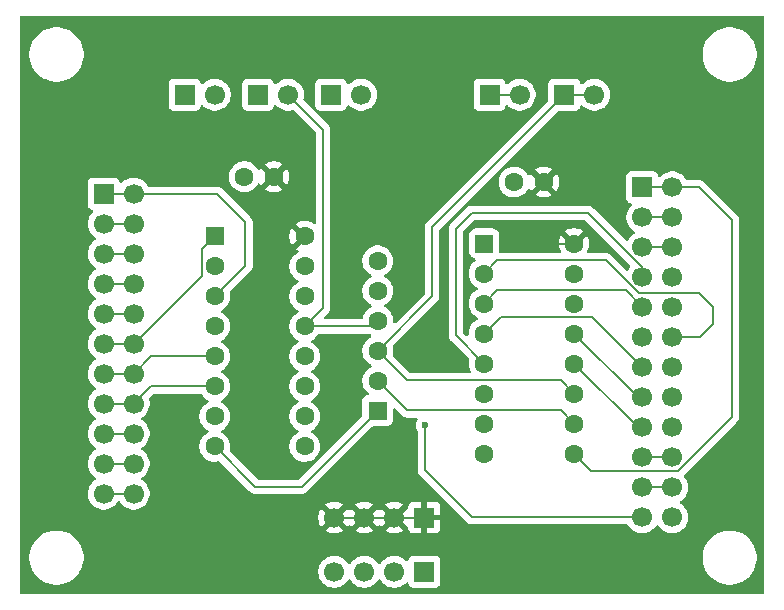
<source format=gtl>
G04 #@! TF.GenerationSoftware,KiCad,Pcbnew,9.0.2*
G04 #@! TF.CreationDate,2025-07-03T21:31:51+02:00*
G04 #@! TF.ProjectId,clock divider,636c6f63-6b20-4646-9976-696465722e6b,rev?*
G04 #@! TF.SameCoordinates,Original*
G04 #@! TF.FileFunction,Copper,L1,Top*
G04 #@! TF.FilePolarity,Positive*
%FSLAX46Y46*%
G04 Gerber Fmt 4.6, Leading zero omitted, Abs format (unit mm)*
G04 Created by KiCad (PCBNEW 9.0.2) date 2025-07-03 21:31:51*
%MOMM*%
%LPD*%
G01*
G04 APERTURE LIST*
G04 Aperture macros list*
%AMRoundRect*
0 Rectangle with rounded corners*
0 $1 Rounding radius*
0 $2 $3 $4 $5 $6 $7 $8 $9 X,Y pos of 4 corners*
0 Add a 4 corners polygon primitive as box body*
4,1,4,$2,$3,$4,$5,$6,$7,$8,$9,$2,$3,0*
0 Add four circle primitives for the rounded corners*
1,1,$1+$1,$2,$3*
1,1,$1+$1,$4,$5*
1,1,$1+$1,$6,$7*
1,1,$1+$1,$8,$9*
0 Add four rect primitives between the rounded corners*
20,1,$1+$1,$2,$3,$4,$5,0*
20,1,$1+$1,$4,$5,$6,$7,0*
20,1,$1+$1,$6,$7,$8,$9,0*
20,1,$1+$1,$8,$9,$2,$3,0*%
G04 Aperture macros list end*
G04 #@! TA.AperFunction,ComponentPad*
%ADD10R,1.600000X1.600000*%
G04 #@! TD*
G04 #@! TA.AperFunction,ComponentPad*
%ADD11C,1.600000*%
G04 #@! TD*
G04 #@! TA.AperFunction,ComponentPad*
%ADD12R,1.700000X1.700000*%
G04 #@! TD*
G04 #@! TA.AperFunction,ComponentPad*
%ADD13C,1.700000*%
G04 #@! TD*
G04 #@! TA.AperFunction,ComponentPad*
%ADD14RoundRect,0.250000X-0.550000X-0.550000X0.550000X-0.550000X0.550000X0.550000X-0.550000X0.550000X0*%
G04 #@! TD*
G04 #@! TA.AperFunction,ViaPad*
%ADD15C,0.600000*%
G04 #@! TD*
G04 #@! TA.AperFunction,Conductor*
%ADD16C,0.200000*%
G04 #@! TD*
G04 APERTURE END LIST*
D10*
G04 #@! TO.P,RN1,1,R1*
G04 #@! TO.N,GND*
X191200000Y-93960000D03*
D11*
G04 #@! TO.P,RN1,2,R1.2*
G04 #@! TO.N,Net-(J1-Pin_1)*
X191200000Y-91420000D03*
G04 #@! TO.P,RN1,3,R2.2*
G04 #@! TO.N,Net-(J3-Pin_1)*
X191200000Y-88880000D03*
G04 #@! TO.P,RN1,4,R3.2*
G04 #@! TO.N,Net-(J5-Pin_1)*
X191200000Y-86340000D03*
G04 #@! TO.P,RN1,5,R4.2*
G04 #@! TO.N,Net-(J4-Pin_1)*
X191200000Y-83800000D03*
G04 #@! TO.P,RN1,6,R5.2*
G04 #@! TO.N,Net-(J6-Pin_1)*
X191200000Y-81260000D03*
G04 #@! TD*
G04 #@! TO.P,C1,1*
G04 #@! TO.N,VCC*
X205250000Y-74600000D03*
G04 #@! TO.P,C1,2*
G04 #@! TO.N,GND*
X202750000Y-74600000D03*
G04 #@! TD*
G04 #@! TO.P,C2,1*
G04 #@! TO.N,VCC*
X182400000Y-74140000D03*
G04 #@! TO.P,C2,2*
G04 #@! TO.N,GND*
X179900000Y-74140000D03*
G04 #@! TD*
D12*
G04 #@! TO.P,J4,1,Pin_1*
G04 #@! TO.N,Net-(J4-Pin_1)*
X174860000Y-67200000D03*
D13*
G04 #@! TO.P,J4,2,Pin_2*
X177400000Y-67200000D03*
G04 #@! TD*
D12*
G04 #@! TO.P,J8,1,Pin_1*
G04 #@! TO.N,VCC*
X195140000Y-103000000D03*
D13*
G04 #@! TO.P,J8,2,Pin_2*
X192600000Y-103000000D03*
G04 #@! TO.P,J8,3,Pin_3*
X190060000Y-103000000D03*
G04 #@! TO.P,J8,4,Pin_4*
X187520000Y-103000000D03*
G04 #@! TD*
D12*
G04 #@! TO.P,J1,1,Pin_1*
G04 #@! TO.N,Net-(J1-Pin_1)*
X200675000Y-67200000D03*
D13*
G04 #@! TO.P,J1,2,Pin_2*
X203215000Y-67200000D03*
G04 #@! TD*
D14*
G04 #@! TO.P,U1,1,Q11*
G04 #@! TO.N,Net-(J2-Pin_23)*
X200200000Y-79800000D03*
D11*
G04 #@! TO.P,U1,2,Q5*
G04 #@! TO.N,Net-(J2-Pin_11)*
X200200000Y-82340000D03*
G04 #@! TO.P,U1,3,Q4*
G04 #@! TO.N,Net-(J2-Pin_10)*
X200200000Y-84880000D03*
G04 #@! TO.P,U1,4,Q6*
G04 #@! TO.N,Net-(J2-Pin_13)*
X200200000Y-87420000D03*
G04 #@! TO.P,U1,5,Q3*
G04 #@! TO.N,Net-(J2-Pin_7)*
X200200000Y-89960000D03*
G04 #@! TO.P,U1,6,Q2*
G04 #@! TO.N,Net-(J2-Pin_5)*
X200200000Y-92500000D03*
G04 #@! TO.P,U1,7,Q1*
G04 #@! TO.N,Net-(J2-Pin_3)*
X200200000Y-95040000D03*
G04 #@! TO.P,U1,8,VSS*
G04 #@! TO.N,GND*
X200200000Y-97580000D03*
G04 #@! TO.P,U1,9,Q0*
G04 #@! TO.N,Net-(J2-Pin_1)*
X207820000Y-97580000D03*
G04 #@! TO.P,U1,10,CLK*
G04 #@! TO.N,Net-(J1-Pin_1)*
X207820000Y-95040000D03*
G04 #@! TO.P,U1,11,Reset*
G04 #@! TO.N,Net-(J3-Pin_1)*
X207820000Y-92500000D03*
G04 #@! TO.P,U1,12,Q8*
G04 #@! TO.N,Net-(J2-Pin_17)*
X207820000Y-89960000D03*
G04 #@! TO.P,U1,13,Q7*
G04 #@! TO.N,Net-(J2-Pin_15)*
X207820000Y-87420000D03*
G04 #@! TO.P,U1,14,Q9*
G04 #@! TO.N,Net-(J2-Pin_19)*
X207820000Y-84880000D03*
G04 #@! TO.P,U1,15,Q10*
G04 #@! TO.N,Net-(J2-Pin_21)*
X207820000Y-82340000D03*
G04 #@! TO.P,U1,16,VDD*
G04 #@! TO.N,VCC*
X207820000Y-79800000D03*
G04 #@! TD*
D12*
G04 #@! TO.P,J7,1,Pin_1*
G04 #@! TO.N,Net-(J7-Pin_1)*
X168000000Y-75580000D03*
D13*
G04 #@! TO.P,J7,2,Pin_2*
X170540000Y-75580000D03*
G04 #@! TO.P,J7,3,Pin_3*
G04 #@! TO.N,Net-(J7-Pin_3)*
X168000000Y-78120000D03*
G04 #@! TO.P,J7,4,Pin_4*
X170540000Y-78120000D03*
G04 #@! TO.P,J7,5,Pin_5*
G04 #@! TO.N,Net-(J7-Pin_5)*
X168000000Y-80660000D03*
G04 #@! TO.P,J7,6,Pin_6*
X170540000Y-80660000D03*
G04 #@! TO.P,J7,7,Pin_7*
G04 #@! TO.N,Net-(J7-Pin_7)*
X168000000Y-83200000D03*
G04 #@! TO.P,J7,8,Pin_8*
X170540000Y-83200000D03*
G04 #@! TO.P,J7,9,Pin_9*
G04 #@! TO.N,Net-(J7-Pin_10)*
X168000000Y-85740000D03*
G04 #@! TO.P,J7,10,Pin_10*
X170540000Y-85740000D03*
G04 #@! TO.P,J7,11,Pin_11*
G04 #@! TO.N,Net-(J7-Pin_11)*
X168000000Y-88280000D03*
G04 #@! TO.P,J7,12,Pin_12*
X170540000Y-88280000D03*
G04 #@! TO.P,J7,13,Pin_13*
G04 #@! TO.N,Net-(J7-Pin_13)*
X168000000Y-90820000D03*
G04 #@! TO.P,J7,14,Pin_14*
X170540000Y-90820000D03*
G04 #@! TO.P,J7,15,Pin_15*
G04 #@! TO.N,Net-(J7-Pin_15)*
X168000000Y-93360000D03*
G04 #@! TO.P,J7,16,Pin_16*
X170540000Y-93360000D03*
G04 #@! TO.P,J7,17,Pin_17*
G04 #@! TO.N,Net-(J7-Pin_17)*
X168000000Y-95900000D03*
G04 #@! TO.P,J7,18,Pin_18*
X170540000Y-95900000D03*
G04 #@! TO.P,J7,19,Pin_19*
G04 #@! TO.N,Net-(J7-Pin_19)*
X168000000Y-98440000D03*
G04 #@! TO.P,J7,20,Pin_20*
X170540000Y-98440000D03*
G04 #@! TO.P,J7,21,Pin_21*
G04 #@! TO.N,Net-(J7-Pin_21)*
X168000000Y-100980000D03*
G04 #@! TO.P,J7,22,Pin_22*
X170540000Y-100980000D03*
G04 #@! TD*
D12*
G04 #@! TO.P,J9,1,Pin_1*
G04 #@! TO.N,GND*
X195140000Y-107590000D03*
D13*
G04 #@! TO.P,J9,2,Pin_2*
X192600000Y-107590000D03*
G04 #@! TO.P,J9,3,Pin_3*
X190060000Y-107590000D03*
G04 #@! TO.P,J9,4,Pin_4*
X187520000Y-107590000D03*
G04 #@! TD*
D12*
G04 #@! TO.P,J3,1,Pin_1*
G04 #@! TO.N,Net-(J3-Pin_1)*
X207000000Y-67200000D03*
D13*
G04 #@! TO.P,J3,2,Pin_2*
X209540000Y-67200000D03*
G04 #@! TD*
D12*
G04 #@! TO.P,J6,1,Pin_1*
G04 #@! TO.N,Net-(J6-Pin_1)*
X187260000Y-67200000D03*
D13*
G04 #@! TO.P,J6,2,Pin_2*
X189800000Y-67200000D03*
G04 #@! TD*
D12*
G04 #@! TO.P,J2,1,Pin_1*
G04 #@! TO.N,Net-(J2-Pin_1)*
X213600000Y-75040000D03*
D13*
G04 #@! TO.P,J2,2,Pin_2*
X216140000Y-75040000D03*
G04 #@! TO.P,J2,3,Pin_3*
G04 #@! TO.N,Net-(J2-Pin_3)*
X213600000Y-77580000D03*
G04 #@! TO.P,J2,4,Pin_4*
X216140000Y-77580000D03*
G04 #@! TO.P,J2,5,Pin_5*
G04 #@! TO.N,Net-(J2-Pin_5)*
X213600000Y-80120000D03*
G04 #@! TO.P,J2,6,Pin_6*
X216140000Y-80120000D03*
G04 #@! TO.P,J2,7,Pin_7*
G04 #@! TO.N,Net-(J2-Pin_7)*
X213600000Y-82660000D03*
G04 #@! TO.P,J2,8,Pin_8*
X216140000Y-82660000D03*
G04 #@! TO.P,J2,9,Pin_9*
G04 #@! TO.N,Net-(J2-Pin_10)*
X213600000Y-85200000D03*
G04 #@! TO.P,J2,10,Pin_10*
X216140000Y-85200000D03*
G04 #@! TO.P,J2,11,Pin_11*
G04 #@! TO.N,Net-(J2-Pin_11)*
X213600000Y-87740000D03*
G04 #@! TO.P,J2,12,Pin_12*
X216140000Y-87740000D03*
G04 #@! TO.P,J2,13,Pin_13*
G04 #@! TO.N,Net-(J2-Pin_13)*
X213600000Y-90280000D03*
G04 #@! TO.P,J2,14,Pin_14*
X216140000Y-90280000D03*
G04 #@! TO.P,J2,15,Pin_15*
G04 #@! TO.N,Net-(J2-Pin_15)*
X213600000Y-92820000D03*
G04 #@! TO.P,J2,16,Pin_16*
X216140000Y-92820000D03*
G04 #@! TO.P,J2,17,Pin_17*
G04 #@! TO.N,Net-(J2-Pin_17)*
X213600000Y-95360000D03*
G04 #@! TO.P,J2,18,Pin_18*
X216140000Y-95360000D03*
G04 #@! TO.P,J2,19,Pin_19*
G04 #@! TO.N,Net-(J2-Pin_19)*
X213600000Y-97900000D03*
G04 #@! TO.P,J2,20,Pin_20*
X216140000Y-97900000D03*
G04 #@! TO.P,J2,21,Pin_21*
G04 #@! TO.N,Net-(J2-Pin_21)*
X213600000Y-100440000D03*
G04 #@! TO.P,J2,22,Pin_22*
X216140000Y-100440000D03*
G04 #@! TO.P,J2,23,Pin_23*
G04 #@! TO.N,Net-(J2-Pin_23)*
X213600000Y-102980000D03*
G04 #@! TO.P,J2,24,Pin_24*
X216140000Y-102980000D03*
G04 #@! TD*
D14*
G04 #@! TO.P,U2,1,Q5*
G04 #@! TO.N,Net-(J7-Pin_11)*
X177400000Y-79200000D03*
D11*
G04 #@! TO.P,U2,2,Q1*
G04 #@! TO.N,Net-(J7-Pin_3)*
X177400000Y-81740000D03*
G04 #@! TO.P,U2,3,Q0*
G04 #@! TO.N,Net-(J7-Pin_1)*
X177400000Y-84280000D03*
G04 #@! TO.P,U2,4,Q2*
G04 #@! TO.N,Net-(J7-Pin_5)*
X177400000Y-86820000D03*
G04 #@! TO.P,U2,5,Q6*
G04 #@! TO.N,Net-(J7-Pin_13)*
X177400000Y-89360000D03*
G04 #@! TO.P,U2,6,Q7*
G04 #@! TO.N,Net-(J7-Pin_15)*
X177400000Y-91900000D03*
G04 #@! TO.P,U2,7,Q3*
G04 #@! TO.N,Net-(J7-Pin_7)*
X177400000Y-94440000D03*
G04 #@! TO.P,U2,8,VSS*
G04 #@! TO.N,GND*
X177400000Y-96980000D03*
G04 #@! TO.P,U2,9,Q8*
G04 #@! TO.N,Net-(J7-Pin_17)*
X185020000Y-96980000D03*
G04 #@! TO.P,U2,10,Q4*
G04 #@! TO.N,Net-(J7-Pin_10)*
X185020000Y-94440000D03*
G04 #@! TO.P,U2,11,Q9*
G04 #@! TO.N,Net-(J7-Pin_19)*
X185020000Y-91900000D03*
G04 #@! TO.P,U2,12,Cout*
G04 #@! TO.N,Net-(J7-Pin_21)*
X185020000Y-89360000D03*
G04 #@! TO.P,U2,13,CKEN*
G04 #@! TO.N,Net-(J5-Pin_1)*
X185020000Y-86820000D03*
G04 #@! TO.P,U2,14,CLK*
G04 #@! TO.N,Net-(J4-Pin_1)*
X185020000Y-84280000D03*
G04 #@! TO.P,U2,15,Reset*
G04 #@! TO.N,Net-(J6-Pin_1)*
X185020000Y-81740000D03*
G04 #@! TO.P,U2,16,VDD*
G04 #@! TO.N,VCC*
X185020000Y-79200000D03*
G04 #@! TD*
D12*
G04 #@! TO.P,J5,1,Pin_1*
G04 #@! TO.N,Net-(J5-Pin_1)*
X181060000Y-67200000D03*
D13*
G04 #@! TO.P,J5,2,Pin_2*
X183600000Y-67200000D03*
G04 #@! TD*
D15*
G04 #@! TO.N,VCC*
X203200000Y-79000000D03*
G04 #@! TO.N,Net-(J2-Pin_23)*
X195200000Y-95200000D03*
G04 #@! TD*
D16*
G04 #@! TO.N,Net-(J1-Pin_1)*
X193719000Y-93939000D02*
X191200000Y-91420000D01*
X200675000Y-67200000D02*
X203215000Y-67200000D01*
X207820000Y-95040000D02*
X206719000Y-93939000D01*
X206719000Y-93939000D02*
X193719000Y-93939000D01*
G04 #@! TO.N,Net-(J2-Pin_11)*
X218460000Y-87740000D02*
X216140000Y-87740000D01*
X210551240Y-81239000D02*
X213312240Y-84000000D01*
X219600000Y-86600000D02*
X218460000Y-87740000D01*
X219600000Y-85200000D02*
X219600000Y-86600000D01*
X201301000Y-81239000D02*
X210551240Y-81239000D01*
X213312240Y-84000000D02*
X218400000Y-84000000D01*
X200200000Y-82340000D02*
X201301000Y-81239000D01*
X218400000Y-84000000D02*
X219600000Y-85200000D01*
G04 #@! TO.N,Net-(J2-Pin_1)*
X221200000Y-77800000D02*
X218440000Y-75040000D01*
X221200000Y-94467760D02*
X221200000Y-77800000D01*
X207820000Y-97580000D02*
X209291000Y-99051000D01*
X209291000Y-99051000D02*
X216616760Y-99051000D01*
X216616760Y-99051000D02*
X221200000Y-94467760D01*
X218440000Y-75040000D02*
X216140000Y-75040000D01*
X213600000Y-75040000D02*
X216140000Y-75040000D01*
G04 #@! TO.N,Net-(J2-Pin_21)*
X213600000Y-100440000D02*
X216140000Y-100440000D01*
G04 #@! TO.N,Net-(J2-Pin_17)*
X207820000Y-89960000D02*
X213220000Y-95360000D01*
X213220000Y-95360000D02*
X213600000Y-95360000D01*
G04 #@! TO.N,Net-(J2-Pin_10)*
X201301000Y-83779000D02*
X212179000Y-83779000D01*
X200200000Y-84880000D02*
X201301000Y-83779000D01*
X212179000Y-83779000D02*
X213600000Y-85200000D01*
G04 #@! TO.N,Net-(J2-Pin_19)*
X216140000Y-97900000D02*
X213600000Y-97900000D01*
G04 #@! TO.N,Net-(J3-Pin_1)*
X207820000Y-92500000D02*
X206719000Y-91399000D01*
X207000000Y-67200000D02*
X209540000Y-67200000D01*
X195800000Y-78400000D02*
X195800000Y-84280000D01*
X206719000Y-91399000D02*
X193719000Y-91399000D01*
X193719000Y-91399000D02*
X191200000Y-88880000D01*
X195800000Y-84280000D02*
X191200000Y-88880000D01*
X207000000Y-67200000D02*
X195800000Y-78400000D01*
G04 #@! TO.N,Net-(J5-Pin_1)*
X186600000Y-85240000D02*
X185020000Y-86820000D01*
X186600000Y-70200000D02*
X186600000Y-85240000D01*
X183600000Y-67200000D02*
X186600000Y-70200000D01*
X185020000Y-86820000D02*
X190720000Y-86820000D01*
X190720000Y-86820000D02*
X191200000Y-86340000D01*
G04 #@! TO.N,Net-(J7-Pin_11)*
X170540000Y-88280000D02*
X168000000Y-88280000D01*
X176299000Y-80301000D02*
X177400000Y-79200000D01*
X176299000Y-82521000D02*
X176299000Y-80301000D01*
X170540000Y-88280000D02*
X176299000Y-82521000D01*
G04 #@! TO.N,Net-(J7-Pin_17)*
X170540000Y-95900000D02*
X168000000Y-95900000D01*
G04 #@! TO.N,Net-(J7-Pin_1)*
X177580000Y-75580000D02*
X180000000Y-78000000D01*
X170540000Y-75580000D02*
X168000000Y-75580000D01*
X180000000Y-78000000D02*
X180000000Y-81680000D01*
X180000000Y-81680000D02*
X177400000Y-84280000D01*
X170540000Y-75580000D02*
X177580000Y-75580000D01*
G04 #@! TO.N,Net-(J7-Pin_10)*
X170540000Y-85740000D02*
X168000000Y-85740000D01*
G04 #@! TO.N,Net-(J7-Pin_19)*
X170540000Y-98440000D02*
X168000000Y-98440000D01*
G04 #@! TO.N,Net-(J7-Pin_15)*
X171350000Y-92550000D02*
X172000000Y-91900000D01*
X171350000Y-92550000D02*
X170540000Y-93360000D01*
X172000000Y-91900000D02*
X177400000Y-91900000D01*
X170540000Y-93360000D02*
X168000000Y-93360000D01*
G04 #@! TO.N,GND*
X184760000Y-100400000D02*
X191200000Y-93960000D01*
X177400000Y-96980000D02*
X180820000Y-100400000D01*
X180820000Y-100400000D02*
X184760000Y-100400000D01*
G04 #@! TO.N,VCC*
X207820000Y-79800000D02*
X204000000Y-79800000D01*
X192600000Y-103000000D02*
X195140000Y-103000000D01*
X204000000Y-79800000D02*
X203200000Y-79000000D01*
X190060000Y-103000000D02*
X192600000Y-103000000D01*
X187520000Y-103000000D02*
X190060000Y-103000000D01*
G04 #@! TO.N,Net-(J2-Pin_3)*
X213600000Y-77580000D02*
X216140000Y-77580000D01*
G04 #@! TO.N,Net-(J2-Pin_23)*
X199180000Y-102980000D02*
X195200000Y-99000000D01*
X213600000Y-102980000D02*
X199180000Y-102980000D01*
X195200000Y-99000000D02*
X195200000Y-95200000D01*
G04 #@! TO.N,Net-(J2-Pin_15)*
X207820000Y-87420000D02*
X213220000Y-92820000D01*
X213220000Y-92820000D02*
X213600000Y-92820000D01*
G04 #@! TO.N,Net-(J2-Pin_13)*
X209301000Y-85981000D02*
X213600000Y-90280000D01*
X201639000Y-85981000D02*
X209301000Y-85981000D01*
X200200000Y-87420000D02*
X201639000Y-85981000D01*
G04 #@! TO.N,Net-(J2-Pin_7)*
X199170000Y-77200000D02*
X209000000Y-77200000D01*
X213600000Y-81800000D02*
X213600000Y-82660000D01*
X197800000Y-87560000D02*
X197800000Y-78570000D01*
X209000000Y-77200000D02*
X213600000Y-81800000D01*
X197800000Y-78570000D02*
X199170000Y-77200000D01*
X200200000Y-89960000D02*
X197800000Y-87560000D01*
G04 #@! TO.N,Net-(J2-Pin_5)*
X213600000Y-80120000D02*
X216140000Y-80120000D01*
G04 #@! TO.N,Net-(J7-Pin_13)*
X172000000Y-89360000D02*
X177400000Y-89360000D01*
X170540000Y-90820000D02*
X172000000Y-89360000D01*
X170540000Y-90820000D02*
X168000000Y-90820000D01*
G04 #@! TO.N,Net-(J7-Pin_3)*
X170540000Y-78120000D02*
X168000000Y-78120000D01*
G04 #@! TO.N,Net-(J7-Pin_21)*
X170540000Y-100980000D02*
X168000000Y-100980000D01*
G04 #@! TO.N,Net-(J7-Pin_7)*
X170540000Y-83200000D02*
X168000000Y-83200000D01*
G04 #@! TO.N,Net-(J7-Pin_5)*
X170540000Y-80660000D02*
X168000000Y-80660000D01*
G04 #@! TD*
G04 #@! TA.AperFunction,Conductor*
G04 #@! TO.N,VCC*
G36*
X208766942Y-77820185D02*
G01*
X208787584Y-77836819D01*
X212563044Y-81612279D01*
X212596529Y-81673602D01*
X212591545Y-81743294D01*
X212572326Y-81775952D01*
X212572759Y-81776267D01*
X212444949Y-81952182D01*
X212410607Y-82019582D01*
X212362633Y-82070377D01*
X212294812Y-82087172D01*
X212228677Y-82064634D01*
X212212447Y-82050971D01*
X211038829Y-80877354D01*
X211038828Y-80877352D01*
X210919957Y-80758481D01*
X210919949Y-80758475D01*
X210819532Y-80700500D01*
X210819531Y-80700499D01*
X210819531Y-80700500D01*
X210783025Y-80679423D01*
X210630297Y-80638499D01*
X210472183Y-80638499D01*
X210464587Y-80638499D01*
X210464571Y-80638500D01*
X209054137Y-80638500D01*
X208987098Y-80618815D01*
X208941343Y-80566011D01*
X208931399Y-80496853D01*
X208943652Y-80458205D01*
X209024755Y-80299031D01*
X209087990Y-80104417D01*
X209120000Y-79902317D01*
X209120000Y-79697682D01*
X209087990Y-79495582D01*
X209024755Y-79300968D01*
X208931859Y-79118650D01*
X208899474Y-79074077D01*
X208899474Y-79074076D01*
X208220000Y-79753551D01*
X208220000Y-79747339D01*
X208192741Y-79645606D01*
X208140080Y-79554394D01*
X208065606Y-79479920D01*
X207974394Y-79427259D01*
X207872661Y-79400000D01*
X207866446Y-79400000D01*
X208545922Y-78720524D01*
X208545921Y-78720523D01*
X208501359Y-78688147D01*
X208501350Y-78688141D01*
X208319031Y-78595244D01*
X208124417Y-78532009D01*
X207922317Y-78500000D01*
X207717683Y-78500000D01*
X207515582Y-78532009D01*
X207320968Y-78595244D01*
X207138644Y-78688143D01*
X207094077Y-78720523D01*
X207094077Y-78720524D01*
X207773554Y-79400000D01*
X207767339Y-79400000D01*
X207665606Y-79427259D01*
X207574394Y-79479920D01*
X207499920Y-79554394D01*
X207447259Y-79645606D01*
X207420000Y-79747339D01*
X207420000Y-79753553D01*
X206740524Y-79074077D01*
X206740523Y-79074077D01*
X206708143Y-79118644D01*
X206615244Y-79300968D01*
X206552009Y-79495582D01*
X206520000Y-79697682D01*
X206520000Y-79902317D01*
X206552009Y-80104417D01*
X206615244Y-80299031D01*
X206696348Y-80458205D01*
X206709244Y-80526874D01*
X206682968Y-80591615D01*
X206625861Y-80631872D01*
X206585863Y-80638500D01*
X201613449Y-80638500D01*
X201546410Y-80618815D01*
X201500655Y-80566011D01*
X201490091Y-80501897D01*
X201494992Y-80453920D01*
X201500500Y-80400009D01*
X201500499Y-79199992D01*
X201495120Y-79147339D01*
X201489999Y-79097203D01*
X201489998Y-79097200D01*
X201456750Y-78996865D01*
X201434814Y-78930666D01*
X201342712Y-78781344D01*
X201218656Y-78657288D01*
X201069334Y-78565186D01*
X200902797Y-78510001D01*
X200902795Y-78510000D01*
X200800010Y-78499500D01*
X199599998Y-78499500D01*
X199599981Y-78499501D01*
X199497203Y-78510000D01*
X199497200Y-78510001D01*
X199330668Y-78565185D01*
X199330663Y-78565187D01*
X199181342Y-78657289D01*
X199057289Y-78781342D01*
X198965187Y-78930663D01*
X198965185Y-78930668D01*
X198953826Y-78964949D01*
X198910001Y-79097203D01*
X198910001Y-79097204D01*
X198910000Y-79097204D01*
X198899500Y-79199983D01*
X198899500Y-80400001D01*
X198899501Y-80400018D01*
X198910000Y-80502796D01*
X198910001Y-80502799D01*
X198965185Y-80669331D01*
X198965187Y-80669336D01*
X198992471Y-80713571D01*
X199057288Y-80818656D01*
X199181344Y-80942712D01*
X199330666Y-81034814D01*
X199412570Y-81061954D01*
X199470015Y-81101727D01*
X199496838Y-81166243D01*
X199484523Y-81235018D01*
X199446451Y-81279978D01*
X199352787Y-81348028D01*
X199352782Y-81348032D01*
X199208028Y-81492786D01*
X199087715Y-81658386D01*
X198994781Y-81840776D01*
X198931522Y-82035465D01*
X198899500Y-82237648D01*
X198899500Y-82442351D01*
X198931522Y-82644534D01*
X198994781Y-82839223D01*
X199045394Y-82938555D01*
X199084503Y-83015311D01*
X199087715Y-83021613D01*
X199208028Y-83187213D01*
X199352786Y-83331971D01*
X199445734Y-83399500D01*
X199518390Y-83452287D01*
X199609840Y-83498883D01*
X199611080Y-83499515D01*
X199661876Y-83547490D01*
X199678671Y-83615311D01*
X199656134Y-83681446D01*
X199611080Y-83720485D01*
X199518386Y-83767715D01*
X199352786Y-83888028D01*
X199208028Y-84032786D01*
X199087715Y-84198386D01*
X198994781Y-84380776D01*
X198931522Y-84575465D01*
X198899500Y-84777648D01*
X198899500Y-84982351D01*
X198931522Y-85184534D01*
X198994781Y-85379223D01*
X199056563Y-85500475D01*
X199084503Y-85555311D01*
X199087715Y-85561613D01*
X199208028Y-85727213D01*
X199352786Y-85871971D01*
X199491542Y-85972781D01*
X199518390Y-85992287D01*
X199603137Y-86035468D01*
X199611080Y-86039515D01*
X199661876Y-86087490D01*
X199678671Y-86155311D01*
X199656134Y-86221446D01*
X199611080Y-86260485D01*
X199518386Y-86307715D01*
X199352786Y-86428028D01*
X199208028Y-86572786D01*
X199087715Y-86738386D01*
X198994781Y-86920776D01*
X198931522Y-87115465D01*
X198899500Y-87317648D01*
X198899500Y-87510902D01*
X198879815Y-87577941D01*
X198827011Y-87623696D01*
X198757853Y-87633640D01*
X198694297Y-87604615D01*
X198687819Y-87598583D01*
X198436819Y-87347583D01*
X198403334Y-87286260D01*
X198400500Y-87259902D01*
X198400500Y-78870097D01*
X198420185Y-78803058D01*
X198436819Y-78782416D01*
X199382417Y-77836819D01*
X199443740Y-77803334D01*
X199470098Y-77800500D01*
X208699903Y-77800500D01*
X208766942Y-77820185D01*
G37*
G04 #@! TD.AperFunction*
G04 #@! TA.AperFunction,Conductor*
G36*
X223842539Y-60520185D02*
G01*
X223888294Y-60572989D01*
X223899500Y-60624500D01*
X223899500Y-109375500D01*
X223879815Y-109442539D01*
X223827011Y-109488294D01*
X223775500Y-109499500D01*
X161024500Y-109499500D01*
X160957461Y-109479815D01*
X160911706Y-109427011D01*
X160900500Y-109375500D01*
X160900500Y-106249223D01*
X161699500Y-106249223D01*
X161699500Y-106550776D01*
X161699501Y-106550793D01*
X161738861Y-106849766D01*
X161816913Y-107141060D01*
X161932314Y-107419661D01*
X161932318Y-107419671D01*
X162083099Y-107680831D01*
X162266679Y-107920078D01*
X162266685Y-107920085D01*
X162479914Y-108133314D01*
X162479921Y-108133320D01*
X162719168Y-108316900D01*
X162980328Y-108467681D01*
X162980329Y-108467681D01*
X162980332Y-108467683D01*
X163166072Y-108544619D01*
X163258939Y-108583086D01*
X163258940Y-108583086D01*
X163258942Y-108583087D01*
X163550232Y-108661138D01*
X163849217Y-108700500D01*
X163849224Y-108700500D01*
X164150776Y-108700500D01*
X164150783Y-108700500D01*
X164449768Y-108661138D01*
X164741058Y-108583087D01*
X165019668Y-108467683D01*
X165280832Y-108316900D01*
X165520080Y-108133319D01*
X165733319Y-107920080D01*
X165916900Y-107680832D01*
X166030707Y-107483713D01*
X186169500Y-107483713D01*
X186169500Y-107696287D01*
X186202754Y-107906243D01*
X186207249Y-107920078D01*
X186268444Y-108108414D01*
X186364951Y-108297820D01*
X186489890Y-108469786D01*
X186640213Y-108620109D01*
X186812179Y-108745048D01*
X186812181Y-108745049D01*
X186812184Y-108745051D01*
X187001588Y-108841557D01*
X187203757Y-108907246D01*
X187413713Y-108940500D01*
X187413714Y-108940500D01*
X187626286Y-108940500D01*
X187626287Y-108940500D01*
X187836243Y-108907246D01*
X188038412Y-108841557D01*
X188227816Y-108745051D01*
X188289136Y-108700500D01*
X188399786Y-108620109D01*
X188399788Y-108620106D01*
X188399792Y-108620104D01*
X188550104Y-108469792D01*
X188550106Y-108469788D01*
X188550109Y-108469786D01*
X188675048Y-108297820D01*
X188675047Y-108297820D01*
X188675051Y-108297816D01*
X188679514Y-108289054D01*
X188727488Y-108238259D01*
X188795308Y-108221463D01*
X188861444Y-108243999D01*
X188900486Y-108289056D01*
X188904951Y-108297820D01*
X189029890Y-108469786D01*
X189180213Y-108620109D01*
X189352179Y-108745048D01*
X189352181Y-108745049D01*
X189352184Y-108745051D01*
X189541588Y-108841557D01*
X189743757Y-108907246D01*
X189953713Y-108940500D01*
X189953714Y-108940500D01*
X190166286Y-108940500D01*
X190166287Y-108940500D01*
X190376243Y-108907246D01*
X190578412Y-108841557D01*
X190767816Y-108745051D01*
X190829136Y-108700500D01*
X190939786Y-108620109D01*
X190939788Y-108620106D01*
X190939792Y-108620104D01*
X191090104Y-108469792D01*
X191090106Y-108469788D01*
X191090109Y-108469786D01*
X191215048Y-108297820D01*
X191215047Y-108297820D01*
X191215051Y-108297816D01*
X191219514Y-108289054D01*
X191267488Y-108238259D01*
X191335308Y-108221463D01*
X191401444Y-108243999D01*
X191440486Y-108289056D01*
X191444951Y-108297820D01*
X191569890Y-108469786D01*
X191720213Y-108620109D01*
X191892179Y-108745048D01*
X191892181Y-108745049D01*
X191892184Y-108745051D01*
X192081588Y-108841557D01*
X192283757Y-108907246D01*
X192493713Y-108940500D01*
X192493714Y-108940500D01*
X192706286Y-108940500D01*
X192706287Y-108940500D01*
X192916243Y-108907246D01*
X193118412Y-108841557D01*
X193307816Y-108745051D01*
X193479792Y-108620104D01*
X193593329Y-108506566D01*
X193654648Y-108473084D01*
X193724340Y-108478068D01*
X193780274Y-108519939D01*
X193797189Y-108550917D01*
X193846202Y-108682328D01*
X193846206Y-108682335D01*
X193932452Y-108797544D01*
X193932455Y-108797547D01*
X194047664Y-108883793D01*
X194047671Y-108883797D01*
X194182517Y-108934091D01*
X194182516Y-108934091D01*
X194189444Y-108934835D01*
X194242127Y-108940500D01*
X196037872Y-108940499D01*
X196097483Y-108934091D01*
X196232331Y-108883796D01*
X196347546Y-108797546D01*
X196433796Y-108682331D01*
X196484091Y-108547483D01*
X196490500Y-108487873D01*
X196490499Y-106692128D01*
X196484091Y-106632517D01*
X196482810Y-106629083D01*
X196433797Y-106497671D01*
X196433793Y-106497664D01*
X196347547Y-106382456D01*
X196347548Y-106382456D01*
X196347546Y-106382454D01*
X196232331Y-106296204D01*
X196232328Y-106296202D01*
X196106370Y-106249223D01*
X218699500Y-106249223D01*
X218699500Y-106550776D01*
X218699501Y-106550793D01*
X218738861Y-106849766D01*
X218816913Y-107141060D01*
X218932314Y-107419661D01*
X218932318Y-107419671D01*
X219083099Y-107680831D01*
X219266679Y-107920078D01*
X219266685Y-107920085D01*
X219479914Y-108133314D01*
X219479921Y-108133320D01*
X219719168Y-108316900D01*
X219980328Y-108467681D01*
X219980329Y-108467681D01*
X219980332Y-108467683D01*
X220166072Y-108544619D01*
X220258939Y-108583086D01*
X220258940Y-108583086D01*
X220258942Y-108583087D01*
X220550232Y-108661138D01*
X220849217Y-108700500D01*
X220849224Y-108700500D01*
X221150776Y-108700500D01*
X221150783Y-108700500D01*
X221449768Y-108661138D01*
X221741058Y-108583087D01*
X222019668Y-108467683D01*
X222280832Y-108316900D01*
X222520080Y-108133319D01*
X222733319Y-107920080D01*
X222916900Y-107680832D01*
X223067683Y-107419668D01*
X223183087Y-107141058D01*
X223261138Y-106849768D01*
X223300500Y-106550783D01*
X223300500Y-106249217D01*
X223261138Y-105950232D01*
X223183087Y-105658942D01*
X223067683Y-105380332D01*
X222916900Y-105119168D01*
X222733319Y-104879920D01*
X222733314Y-104879914D01*
X222520085Y-104666685D01*
X222520078Y-104666679D01*
X222280831Y-104483099D01*
X222019671Y-104332318D01*
X222019661Y-104332314D01*
X221741060Y-104216913D01*
X221449766Y-104138861D01*
X221150793Y-104099501D01*
X221150788Y-104099500D01*
X221150783Y-104099500D01*
X220849217Y-104099500D01*
X220849211Y-104099500D01*
X220849206Y-104099501D01*
X220550233Y-104138861D01*
X220258939Y-104216913D01*
X219980338Y-104332314D01*
X219980328Y-104332318D01*
X219719168Y-104483099D01*
X219479921Y-104666679D01*
X219479914Y-104666685D01*
X219266685Y-104879914D01*
X219266679Y-104879921D01*
X219083099Y-105119168D01*
X218932318Y-105380328D01*
X218932314Y-105380338D01*
X218816913Y-105658939D01*
X218738861Y-105950233D01*
X218699501Y-106249206D01*
X218699500Y-106249223D01*
X196106370Y-106249223D01*
X196097482Y-106245908D01*
X196097483Y-106245908D01*
X196037883Y-106239501D01*
X196037881Y-106239500D01*
X196037873Y-106239500D01*
X196037864Y-106239500D01*
X194242129Y-106239500D01*
X194242123Y-106239501D01*
X194182516Y-106245908D01*
X194047671Y-106296202D01*
X194047664Y-106296206D01*
X193932455Y-106382452D01*
X193932452Y-106382455D01*
X193846206Y-106497664D01*
X193846203Y-106497669D01*
X193797189Y-106629083D01*
X193755317Y-106685016D01*
X193689853Y-106709433D01*
X193621580Y-106694581D01*
X193593326Y-106673430D01*
X193479786Y-106559890D01*
X193307820Y-106434951D01*
X193118414Y-106338444D01*
X193118413Y-106338443D01*
X193118412Y-106338443D01*
X192916243Y-106272754D01*
X192916241Y-106272753D01*
X192916240Y-106272753D01*
X192754957Y-106247208D01*
X192706287Y-106239500D01*
X192493713Y-106239500D01*
X192445042Y-106247208D01*
X192283760Y-106272753D01*
X192081585Y-106338444D01*
X191892179Y-106434951D01*
X191720213Y-106559890D01*
X191569890Y-106710213D01*
X191444949Y-106882182D01*
X191440484Y-106890946D01*
X191392509Y-106941742D01*
X191324688Y-106958536D01*
X191258553Y-106935998D01*
X191219516Y-106890946D01*
X191215050Y-106882182D01*
X191090109Y-106710213D01*
X190939786Y-106559890D01*
X190767820Y-106434951D01*
X190578414Y-106338444D01*
X190578413Y-106338443D01*
X190578412Y-106338443D01*
X190376243Y-106272754D01*
X190376241Y-106272753D01*
X190376240Y-106272753D01*
X190214957Y-106247208D01*
X190166287Y-106239500D01*
X189953713Y-106239500D01*
X189905042Y-106247208D01*
X189743760Y-106272753D01*
X189541585Y-106338444D01*
X189352179Y-106434951D01*
X189180213Y-106559890D01*
X189029890Y-106710213D01*
X188904949Y-106882182D01*
X188900484Y-106890946D01*
X188852509Y-106941742D01*
X188784688Y-106958536D01*
X188718553Y-106935998D01*
X188679516Y-106890946D01*
X188675050Y-106882182D01*
X188550109Y-106710213D01*
X188399786Y-106559890D01*
X188227820Y-106434951D01*
X188038414Y-106338444D01*
X188038413Y-106338443D01*
X188038412Y-106338443D01*
X187836243Y-106272754D01*
X187836241Y-106272753D01*
X187836240Y-106272753D01*
X187674957Y-106247208D01*
X187626287Y-106239500D01*
X187413713Y-106239500D01*
X187365042Y-106247208D01*
X187203760Y-106272753D01*
X187001585Y-106338444D01*
X186812179Y-106434951D01*
X186640213Y-106559890D01*
X186489890Y-106710213D01*
X186364951Y-106882179D01*
X186268444Y-107071585D01*
X186202753Y-107273760D01*
X186184636Y-107388148D01*
X186169500Y-107483713D01*
X166030707Y-107483713D01*
X166067683Y-107419668D01*
X166183087Y-107141058D01*
X166261138Y-106849768D01*
X166300500Y-106550783D01*
X166300500Y-106249217D01*
X166261138Y-105950232D01*
X166183087Y-105658942D01*
X166067683Y-105380332D01*
X165916900Y-105119168D01*
X165733319Y-104879920D01*
X165733314Y-104879914D01*
X165520085Y-104666685D01*
X165520078Y-104666679D01*
X165280831Y-104483099D01*
X165019671Y-104332318D01*
X165019661Y-104332314D01*
X164741062Y-104216914D01*
X164704760Y-104207187D01*
X164632352Y-104187785D01*
X164449766Y-104138861D01*
X164150793Y-104099501D01*
X164150788Y-104099500D01*
X164150783Y-104099500D01*
X163849217Y-104099500D01*
X163849211Y-104099500D01*
X163849206Y-104099501D01*
X163550233Y-104138861D01*
X163258939Y-104216913D01*
X162980338Y-104332314D01*
X162980328Y-104332318D01*
X162719168Y-104483099D01*
X162479921Y-104666679D01*
X162479914Y-104666685D01*
X162266685Y-104879914D01*
X162266679Y-104879921D01*
X162083099Y-105119168D01*
X161932318Y-105380328D01*
X161932314Y-105380338D01*
X161816913Y-105658939D01*
X161738861Y-105950233D01*
X161699501Y-106249206D01*
X161699500Y-106249223D01*
X160900500Y-106249223D01*
X160900500Y-102893753D01*
X186170000Y-102893753D01*
X186170000Y-103106246D01*
X186203242Y-103316127D01*
X186203242Y-103316130D01*
X186268904Y-103518217D01*
X186365375Y-103707550D01*
X186404728Y-103761716D01*
X187037037Y-103129408D01*
X187054075Y-103192993D01*
X187119901Y-103307007D01*
X187212993Y-103400099D01*
X187327007Y-103465925D01*
X187390590Y-103482962D01*
X186758282Y-104115269D01*
X186758282Y-104115270D01*
X186812449Y-104154624D01*
X187001782Y-104251095D01*
X187203870Y-104316757D01*
X187413754Y-104350000D01*
X187626246Y-104350000D01*
X187836127Y-104316757D01*
X187836130Y-104316757D01*
X188038217Y-104251095D01*
X188227554Y-104154622D01*
X188281716Y-104115270D01*
X188281717Y-104115270D01*
X187649408Y-103482962D01*
X187712993Y-103465925D01*
X187827007Y-103400099D01*
X187920099Y-103307007D01*
X187985925Y-103192993D01*
X188002962Y-103129409D01*
X188635270Y-103761717D01*
X188635270Y-103761716D01*
X188674622Y-103707554D01*
X188679514Y-103697954D01*
X188727488Y-103647157D01*
X188795308Y-103630361D01*
X188861444Y-103652897D01*
X188900486Y-103697954D01*
X188905375Y-103707550D01*
X188944728Y-103761716D01*
X189577037Y-103129408D01*
X189594075Y-103192993D01*
X189659901Y-103307007D01*
X189752993Y-103400099D01*
X189867007Y-103465925D01*
X189930590Y-103482962D01*
X189298282Y-104115269D01*
X189298282Y-104115270D01*
X189352449Y-104154624D01*
X189541782Y-104251095D01*
X189743870Y-104316757D01*
X189953754Y-104350000D01*
X190166246Y-104350000D01*
X190376127Y-104316757D01*
X190376130Y-104316757D01*
X190578217Y-104251095D01*
X190767554Y-104154622D01*
X190821716Y-104115270D01*
X190821717Y-104115270D01*
X190189408Y-103482962D01*
X190252993Y-103465925D01*
X190367007Y-103400099D01*
X190460099Y-103307007D01*
X190525925Y-103192993D01*
X190542962Y-103129408D01*
X191175270Y-103761717D01*
X191175270Y-103761716D01*
X191214622Y-103707554D01*
X191219514Y-103697954D01*
X191267488Y-103647157D01*
X191335308Y-103630361D01*
X191401444Y-103652897D01*
X191440486Y-103697954D01*
X191445375Y-103707550D01*
X191484728Y-103761716D01*
X192117037Y-103129408D01*
X192134075Y-103192993D01*
X192199901Y-103307007D01*
X192292993Y-103400099D01*
X192407007Y-103465925D01*
X192470590Y-103482962D01*
X191838282Y-104115269D01*
X191838282Y-104115270D01*
X191892449Y-104154624D01*
X192081782Y-104251095D01*
X192283870Y-104316757D01*
X192493754Y-104350000D01*
X192706246Y-104350000D01*
X192916127Y-104316757D01*
X192916130Y-104316757D01*
X193118217Y-104251095D01*
X193307554Y-104154622D01*
X193361716Y-104115270D01*
X193361717Y-104115270D01*
X192729408Y-103482962D01*
X192792993Y-103465925D01*
X192907007Y-103400099D01*
X193000099Y-103307007D01*
X193065925Y-103192993D01*
X193082962Y-103129408D01*
X193752356Y-103798803D01*
X193785841Y-103860126D01*
X193784926Y-103874831D01*
X193787497Y-103874555D01*
X193796401Y-103957373D01*
X193796403Y-103957380D01*
X193846645Y-104092086D01*
X193846649Y-104092093D01*
X193932809Y-104207187D01*
X193932812Y-104207190D01*
X194047906Y-104293350D01*
X194047913Y-104293354D01*
X194182620Y-104343596D01*
X194182627Y-104343598D01*
X194242155Y-104349999D01*
X194242172Y-104350000D01*
X194890000Y-104350000D01*
X194890000Y-103433012D01*
X194947007Y-103465925D01*
X195074174Y-103500000D01*
X195205826Y-103500000D01*
X195332993Y-103465925D01*
X195390000Y-103433012D01*
X195390000Y-104350000D01*
X196037828Y-104350000D01*
X196037844Y-104349999D01*
X196097372Y-104343598D01*
X196097379Y-104343596D01*
X196232086Y-104293354D01*
X196232093Y-104293350D01*
X196347187Y-104207190D01*
X196347190Y-104207187D01*
X196433350Y-104092093D01*
X196433354Y-104092086D01*
X196483596Y-103957379D01*
X196483598Y-103957372D01*
X196489999Y-103897844D01*
X196490000Y-103897827D01*
X196490000Y-103250000D01*
X195573012Y-103250000D01*
X195605925Y-103192993D01*
X195640000Y-103065826D01*
X195640000Y-102934174D01*
X195605925Y-102807007D01*
X195573012Y-102750000D01*
X196490000Y-102750000D01*
X196490000Y-102102172D01*
X196489999Y-102102155D01*
X196483598Y-102042627D01*
X196483596Y-102042620D01*
X196433354Y-101907913D01*
X196433350Y-101907906D01*
X196347190Y-101792812D01*
X196347187Y-101792809D01*
X196232093Y-101706649D01*
X196232086Y-101706645D01*
X196097379Y-101656403D01*
X196097372Y-101656401D01*
X196037844Y-101650000D01*
X195390000Y-101650000D01*
X195390000Y-102566988D01*
X195332993Y-102534075D01*
X195205826Y-102500000D01*
X195074174Y-102500000D01*
X194947007Y-102534075D01*
X194890000Y-102566988D01*
X194890000Y-101650000D01*
X194242155Y-101650000D01*
X194182627Y-101656401D01*
X194182620Y-101656403D01*
X194047913Y-101706645D01*
X194047906Y-101706649D01*
X193932812Y-101792809D01*
X193932809Y-101792812D01*
X193846649Y-101907906D01*
X193846645Y-101907913D01*
X193796403Y-102042619D01*
X193796401Y-102042626D01*
X193787497Y-102125444D01*
X193784434Y-102125114D01*
X193785336Y-102142094D01*
X193752356Y-102201195D01*
X193082962Y-102870590D01*
X193065925Y-102807007D01*
X193000099Y-102692993D01*
X192907007Y-102599901D01*
X192792993Y-102534075D01*
X192729409Y-102517037D01*
X193361716Y-101884728D01*
X193307550Y-101845375D01*
X193118217Y-101748904D01*
X192916129Y-101683242D01*
X192706246Y-101650000D01*
X192493754Y-101650000D01*
X192283872Y-101683242D01*
X192283869Y-101683242D01*
X192081782Y-101748904D01*
X191892439Y-101845380D01*
X191838282Y-101884727D01*
X191838282Y-101884728D01*
X192470591Y-102517037D01*
X192407007Y-102534075D01*
X192292993Y-102599901D01*
X192199901Y-102692993D01*
X192134075Y-102807007D01*
X192117037Y-102870591D01*
X191484728Y-102238282D01*
X191484727Y-102238282D01*
X191445380Y-102292440D01*
X191440483Y-102302051D01*
X191392506Y-102352845D01*
X191324684Y-102369638D01*
X191258550Y-102347098D01*
X191219516Y-102302048D01*
X191214626Y-102292452D01*
X191175270Y-102238282D01*
X190542962Y-102870590D01*
X190525925Y-102807007D01*
X190460099Y-102692993D01*
X190367007Y-102599901D01*
X190252993Y-102534075D01*
X190189409Y-102517037D01*
X190821716Y-101884728D01*
X190767550Y-101845375D01*
X190578217Y-101748904D01*
X190376129Y-101683242D01*
X190166246Y-101650000D01*
X189953754Y-101650000D01*
X189743872Y-101683242D01*
X189743869Y-101683242D01*
X189541782Y-101748904D01*
X189352439Y-101845380D01*
X189298282Y-101884727D01*
X189298282Y-101884728D01*
X189930591Y-102517037D01*
X189867007Y-102534075D01*
X189752993Y-102599901D01*
X189659901Y-102692993D01*
X189594075Y-102807007D01*
X189577037Y-102870591D01*
X188944728Y-102238282D01*
X188944727Y-102238282D01*
X188905380Y-102292440D01*
X188900483Y-102302051D01*
X188852506Y-102352845D01*
X188784684Y-102369638D01*
X188718550Y-102347098D01*
X188679516Y-102302048D01*
X188674626Y-102292452D01*
X188635270Y-102238282D01*
X188635269Y-102238282D01*
X188002962Y-102870590D01*
X187985925Y-102807007D01*
X187920099Y-102692993D01*
X187827007Y-102599901D01*
X187712993Y-102534075D01*
X187649409Y-102517037D01*
X188281716Y-101884728D01*
X188227550Y-101845375D01*
X188038217Y-101748904D01*
X187836129Y-101683242D01*
X187626246Y-101650000D01*
X187413754Y-101650000D01*
X187203872Y-101683242D01*
X187203869Y-101683242D01*
X187001782Y-101748904D01*
X186812439Y-101845380D01*
X186758282Y-101884727D01*
X186758282Y-101884728D01*
X187390591Y-102517037D01*
X187327007Y-102534075D01*
X187212993Y-102599901D01*
X187119901Y-102692993D01*
X187054075Y-102807007D01*
X187037037Y-102870591D01*
X186404728Y-102238282D01*
X186404727Y-102238282D01*
X186365380Y-102292439D01*
X186268904Y-102481782D01*
X186203242Y-102683869D01*
X186203242Y-102683872D01*
X186170000Y-102893753D01*
X160900500Y-102893753D01*
X160900500Y-74682135D01*
X166649500Y-74682135D01*
X166649500Y-76477870D01*
X166649501Y-76477876D01*
X166655908Y-76537483D01*
X166706202Y-76672328D01*
X166706206Y-76672335D01*
X166792452Y-76787544D01*
X166792455Y-76787547D01*
X166907664Y-76873793D01*
X166907671Y-76873797D01*
X167039082Y-76922810D01*
X167095016Y-76964681D01*
X167119433Y-77030145D01*
X167104582Y-77098418D01*
X167083431Y-77126673D01*
X166969889Y-77240215D01*
X166844951Y-77412179D01*
X166748444Y-77601585D01*
X166748443Y-77601587D01*
X166748443Y-77601588D01*
X166715598Y-77702672D01*
X166682753Y-77803760D01*
X166665926Y-77910001D01*
X166649500Y-78013713D01*
X166649500Y-78226287D01*
X166682754Y-78436243D01*
X166735961Y-78599998D01*
X166748444Y-78638414D01*
X166844951Y-78827820D01*
X166969890Y-78999786D01*
X167120213Y-79150109D01*
X167292182Y-79275050D01*
X167300946Y-79279516D01*
X167351742Y-79327491D01*
X167368536Y-79395312D01*
X167345998Y-79461447D01*
X167300946Y-79500484D01*
X167292182Y-79504949D01*
X167120213Y-79629890D01*
X166969890Y-79780213D01*
X166844951Y-79952179D01*
X166748444Y-80141585D01*
X166748443Y-80141587D01*
X166748443Y-80141588D01*
X166719511Y-80230631D01*
X166682753Y-80343760D01*
X166657564Y-80502797D01*
X166649500Y-80553713D01*
X166649500Y-80766287D01*
X166657795Y-80818657D01*
X166669535Y-80892786D01*
X166682754Y-80976243D01*
X166741696Y-81157648D01*
X166748444Y-81178414D01*
X166844951Y-81367820D01*
X166969890Y-81539786D01*
X167120213Y-81690109D01*
X167292182Y-81815050D01*
X167300946Y-81819516D01*
X167351742Y-81867491D01*
X167368536Y-81935312D01*
X167345998Y-82001447D01*
X167300946Y-82040484D01*
X167292182Y-82044949D01*
X167120213Y-82169890D01*
X166969890Y-82320213D01*
X166844951Y-82492179D01*
X166748444Y-82681585D01*
X166748443Y-82681587D01*
X166748443Y-82681588D01*
X166719310Y-82771250D01*
X166682753Y-82883760D01*
X166649500Y-83093713D01*
X166649500Y-83306286D01*
X166680104Y-83499515D01*
X166682754Y-83516243D01*
X166741696Y-83697648D01*
X166748444Y-83718414D01*
X166844951Y-83907820D01*
X166969890Y-84079786D01*
X167120213Y-84230109D01*
X167292182Y-84355050D01*
X167300946Y-84359516D01*
X167351742Y-84407491D01*
X167368536Y-84475312D01*
X167345998Y-84541447D01*
X167300946Y-84580484D01*
X167292182Y-84584949D01*
X167120213Y-84709890D01*
X166969890Y-84860213D01*
X166844951Y-85032179D01*
X166748444Y-85221585D01*
X166748443Y-85221587D01*
X166748443Y-85221588D01*
X166720362Y-85308011D01*
X166682753Y-85423760D01*
X166658062Y-85579653D01*
X166649500Y-85633713D01*
X166649500Y-85846287D01*
X166650914Y-85855212D01*
X166680104Y-86039515D01*
X166682754Y-86056243D01*
X166741696Y-86237648D01*
X166748444Y-86258414D01*
X166844951Y-86447820D01*
X166969890Y-86619786D01*
X167120213Y-86770109D01*
X167292182Y-86895050D01*
X167300946Y-86899516D01*
X167351742Y-86947491D01*
X167368536Y-87015312D01*
X167345998Y-87081447D01*
X167300946Y-87120484D01*
X167292182Y-87124949D01*
X167120213Y-87249890D01*
X166969890Y-87400213D01*
X166844951Y-87572179D01*
X166748444Y-87761585D01*
X166748443Y-87761587D01*
X166748443Y-87761588D01*
X166720385Y-87847942D01*
X166682753Y-87963760D01*
X166654668Y-88141086D01*
X166649500Y-88173713D01*
X166649500Y-88386287D01*
X166653567Y-88411966D01*
X166680104Y-88579515D01*
X166682754Y-88596243D01*
X166746932Y-88793763D01*
X166748444Y-88798414D01*
X166844951Y-88987820D01*
X166969890Y-89159786D01*
X167120213Y-89310109D01*
X167292182Y-89435050D01*
X167300946Y-89439516D01*
X167351742Y-89487491D01*
X167368536Y-89555312D01*
X167345998Y-89621447D01*
X167300946Y-89660484D01*
X167292182Y-89664949D01*
X167120213Y-89789890D01*
X166969890Y-89940213D01*
X166844951Y-90112179D01*
X166748444Y-90301585D01*
X166748443Y-90301587D01*
X166748443Y-90301588D01*
X166719973Y-90389208D01*
X166682753Y-90503760D01*
X166664627Y-90618205D01*
X166649500Y-90713713D01*
X166649500Y-90926287D01*
X166651836Y-90941036D01*
X166669535Y-91052786D01*
X166682754Y-91136243D01*
X166746932Y-91333763D01*
X166748444Y-91338414D01*
X166844951Y-91527820D01*
X166969890Y-91699786D01*
X167120213Y-91850109D01*
X167292182Y-91975050D01*
X167300946Y-91979516D01*
X167351742Y-92027491D01*
X167368536Y-92095312D01*
X167345998Y-92161447D01*
X167300946Y-92200484D01*
X167292182Y-92204949D01*
X167120213Y-92329890D01*
X166969890Y-92480213D01*
X166844951Y-92652179D01*
X166748444Y-92841585D01*
X166748443Y-92841587D01*
X166748443Y-92841588D01*
X166719973Y-92929208D01*
X166682753Y-93043760D01*
X166658506Y-93196853D01*
X166649500Y-93253713D01*
X166649500Y-93466287D01*
X166653567Y-93491966D01*
X166680104Y-93659515D01*
X166682754Y-93676243D01*
X166713712Y-93771523D01*
X166748444Y-93878414D01*
X166844951Y-94067820D01*
X166969890Y-94239786D01*
X167120213Y-94390109D01*
X167292182Y-94515050D01*
X167300946Y-94519516D01*
X167351742Y-94567491D01*
X167368536Y-94635312D01*
X167345998Y-94701447D01*
X167300946Y-94740484D01*
X167292182Y-94744949D01*
X167120213Y-94869890D01*
X166969890Y-95020213D01*
X166844951Y-95192179D01*
X166748444Y-95381585D01*
X166748443Y-95381587D01*
X166748443Y-95381588D01*
X166715598Y-95482672D01*
X166682753Y-95583760D01*
X166659341Y-95731578D01*
X166649500Y-95793713D01*
X166649500Y-96006287D01*
X166653567Y-96031966D01*
X166680104Y-96199515D01*
X166682754Y-96216243D01*
X166714943Y-96315311D01*
X166748444Y-96418414D01*
X166844951Y-96607820D01*
X166969890Y-96779786D01*
X167120213Y-96930109D01*
X167292182Y-97055050D01*
X167300946Y-97059516D01*
X167351742Y-97107491D01*
X167368536Y-97175312D01*
X167345998Y-97241447D01*
X167300946Y-97280484D01*
X167292182Y-97284949D01*
X167120213Y-97409890D01*
X166969890Y-97560213D01*
X166844951Y-97732179D01*
X166748444Y-97921585D01*
X166748443Y-97921587D01*
X166748443Y-97921588D01*
X166715598Y-98022672D01*
X166682753Y-98123760D01*
X166649500Y-98333713D01*
X166649500Y-98546286D01*
X166681965Y-98751265D01*
X166682754Y-98756243D01*
X166736267Y-98920939D01*
X166748444Y-98958414D01*
X166844951Y-99147820D01*
X166969890Y-99319786D01*
X167120213Y-99470109D01*
X167292182Y-99595050D01*
X167300946Y-99599516D01*
X167351742Y-99647491D01*
X167368536Y-99715312D01*
X167345998Y-99781447D01*
X167300946Y-99820484D01*
X167292182Y-99824949D01*
X167120213Y-99949890D01*
X166969890Y-100100213D01*
X166844951Y-100272179D01*
X166748444Y-100461585D01*
X166748443Y-100461587D01*
X166748443Y-100461588D01*
X166715598Y-100562672D01*
X166682753Y-100663760D01*
X166666816Y-100764385D01*
X166649500Y-100873713D01*
X166649500Y-101086287D01*
X166657858Y-101139056D01*
X166682753Y-101296239D01*
X166748444Y-101498414D01*
X166844951Y-101687820D01*
X166969890Y-101859786D01*
X167120213Y-102010109D01*
X167292179Y-102135048D01*
X167292181Y-102135049D01*
X167292184Y-102135051D01*
X167481588Y-102231557D01*
X167683757Y-102297246D01*
X167893713Y-102330500D01*
X167893714Y-102330500D01*
X168106286Y-102330500D01*
X168106287Y-102330500D01*
X168316243Y-102297246D01*
X168518412Y-102231557D01*
X168707816Y-102135051D01*
X168729789Y-102119086D01*
X168879786Y-102010109D01*
X168879788Y-102010106D01*
X168879792Y-102010104D01*
X169030104Y-101859792D01*
X169030106Y-101859788D01*
X169030109Y-101859786D01*
X169155048Y-101687820D01*
X169155049Y-101687819D01*
X169155051Y-101687816D01*
X169159514Y-101679055D01*
X169207488Y-101628259D01*
X169275308Y-101611463D01*
X169341444Y-101633999D01*
X169380484Y-101679054D01*
X169384582Y-101687097D01*
X169384951Y-101687820D01*
X169509890Y-101859786D01*
X169660213Y-102010109D01*
X169832179Y-102135048D01*
X169832181Y-102135049D01*
X169832184Y-102135051D01*
X170021588Y-102231557D01*
X170223757Y-102297246D01*
X170433713Y-102330500D01*
X170433714Y-102330500D01*
X170646286Y-102330500D01*
X170646287Y-102330500D01*
X170856243Y-102297246D01*
X171058412Y-102231557D01*
X171247816Y-102135051D01*
X171269789Y-102119086D01*
X171419786Y-102010109D01*
X171419788Y-102010106D01*
X171419792Y-102010104D01*
X171570104Y-101859792D01*
X171570604Y-101859104D01*
X171570606Y-101859102D01*
X171678933Y-101710000D01*
X171695051Y-101687816D01*
X171791557Y-101498412D01*
X171857246Y-101296243D01*
X171890500Y-101086287D01*
X171890500Y-100873713D01*
X171857246Y-100663757D01*
X171791557Y-100461588D01*
X171695051Y-100272184D01*
X171695049Y-100272181D01*
X171695048Y-100272179D01*
X171570109Y-100100213D01*
X171419786Y-99949890D01*
X171247820Y-99824951D01*
X171247115Y-99824591D01*
X171239054Y-99820485D01*
X171188259Y-99772512D01*
X171171463Y-99704692D01*
X171193999Y-99638556D01*
X171239054Y-99599515D01*
X171247816Y-99595051D01*
X171321895Y-99541230D01*
X171419786Y-99470109D01*
X171419788Y-99470106D01*
X171419792Y-99470104D01*
X171570104Y-99319792D01*
X171570106Y-99319788D01*
X171570109Y-99319786D01*
X171695048Y-99147820D01*
X171695047Y-99147820D01*
X171695051Y-99147816D01*
X171791557Y-98958412D01*
X171857246Y-98756243D01*
X171890500Y-98546287D01*
X171890500Y-98333713D01*
X171857246Y-98123757D01*
X171791557Y-97921588D01*
X171695051Y-97732184D01*
X171695049Y-97732181D01*
X171695048Y-97732179D01*
X171570109Y-97560213D01*
X171419786Y-97409890D01*
X171247820Y-97284951D01*
X171246994Y-97284530D01*
X171239054Y-97280485D01*
X171188259Y-97232512D01*
X171171463Y-97164692D01*
X171193999Y-97098556D01*
X171239054Y-97059515D01*
X171247816Y-97055051D01*
X171295774Y-97020208D01*
X171419786Y-96930109D01*
X171419788Y-96930106D01*
X171419792Y-96930104D01*
X171570104Y-96779792D01*
X171570106Y-96779788D01*
X171570109Y-96779786D01*
X171695048Y-96607820D01*
X171695047Y-96607820D01*
X171695051Y-96607816D01*
X171791557Y-96418412D01*
X171857246Y-96216243D01*
X171890500Y-96006287D01*
X171890500Y-95793713D01*
X171857246Y-95583757D01*
X171791557Y-95381588D01*
X171695051Y-95192184D01*
X171695049Y-95192181D01*
X171695048Y-95192179D01*
X171570109Y-95020213D01*
X171419786Y-94869890D01*
X171247820Y-94744951D01*
X171247002Y-94744534D01*
X171239054Y-94740485D01*
X171188259Y-94692512D01*
X171171463Y-94624692D01*
X171193999Y-94558556D01*
X171239054Y-94519515D01*
X171247816Y-94515051D01*
X171315378Y-94465965D01*
X171419786Y-94390109D01*
X171419788Y-94390106D01*
X171419792Y-94390104D01*
X171570104Y-94239792D01*
X171570106Y-94239788D01*
X171570109Y-94239786D01*
X171695048Y-94067820D01*
X171695047Y-94067820D01*
X171695051Y-94067816D01*
X171791557Y-93878412D01*
X171857246Y-93676243D01*
X171890500Y-93466287D01*
X171890500Y-93253713D01*
X171857246Y-93043757D01*
X171843507Y-93001476D01*
X171841511Y-92931637D01*
X171873755Y-92875479D01*
X172212416Y-92536819D01*
X172273739Y-92503334D01*
X172300097Y-92500500D01*
X176170398Y-92500500D01*
X176237437Y-92520185D01*
X176280883Y-92568205D01*
X176287715Y-92581614D01*
X176408028Y-92747213D01*
X176552786Y-92891971D01*
X176700403Y-92999219D01*
X176718390Y-93012287D01*
X176797346Y-93052517D01*
X176811080Y-93059515D01*
X176861876Y-93107490D01*
X176878671Y-93175311D01*
X176856134Y-93241446D01*
X176811080Y-93280485D01*
X176718386Y-93327715D01*
X176552786Y-93448028D01*
X176408028Y-93592786D01*
X176287715Y-93758386D01*
X176194781Y-93940776D01*
X176131522Y-94135465D01*
X176104927Y-94303385D01*
X176099500Y-94337648D01*
X176099500Y-94542352D01*
X176100972Y-94551643D01*
X176131522Y-94744534D01*
X176194781Y-94939223D01*
X176248045Y-95043757D01*
X176287481Y-95121155D01*
X176287715Y-95121613D01*
X176408028Y-95287213D01*
X176552786Y-95431971D01*
X176700403Y-95539219D01*
X176718390Y-95552287D01*
X176809840Y-95598883D01*
X176811080Y-95599515D01*
X176861876Y-95647490D01*
X176878671Y-95715311D01*
X176856134Y-95781446D01*
X176811080Y-95820485D01*
X176718386Y-95867715D01*
X176552786Y-95988028D01*
X176408028Y-96132786D01*
X176287715Y-96298386D01*
X176194781Y-96480776D01*
X176131522Y-96675465D01*
X176099500Y-96877648D01*
X176099500Y-97082351D01*
X176131522Y-97284534D01*
X176194781Y-97479223D01*
X176287715Y-97661613D01*
X176408028Y-97827213D01*
X176552786Y-97971971D01*
X176700403Y-98079219D01*
X176718390Y-98092287D01*
X176834607Y-98151503D01*
X176900776Y-98185218D01*
X176900778Y-98185218D01*
X176900781Y-98185220D01*
X176996248Y-98216239D01*
X177095465Y-98248477D01*
X177178383Y-98261610D01*
X177297648Y-98280500D01*
X177297649Y-98280500D01*
X177502351Y-98280500D01*
X177502352Y-98280500D01*
X177704534Y-98248477D01*
X177718842Y-98243827D01*
X177788682Y-98241831D01*
X177844842Y-98274077D01*
X180335139Y-100764374D01*
X180335149Y-100764385D01*
X180339479Y-100768715D01*
X180339480Y-100768716D01*
X180451284Y-100880520D01*
X180451286Y-100880521D01*
X180451290Y-100880524D01*
X180509126Y-100913915D01*
X180588216Y-100959577D01*
X180700019Y-100989534D01*
X180740942Y-101000500D01*
X180740943Y-101000500D01*
X184673331Y-101000500D01*
X184673347Y-101000501D01*
X184680943Y-101000501D01*
X184839054Y-101000501D01*
X184839057Y-101000501D01*
X184991785Y-100959577D01*
X185070875Y-100913914D01*
X185128716Y-100880520D01*
X185240520Y-100768716D01*
X185240520Y-100768714D01*
X185250724Y-100758511D01*
X185250728Y-100758506D01*
X190712416Y-95296818D01*
X190773739Y-95263333D01*
X190800097Y-95260499D01*
X192047871Y-95260499D01*
X192047872Y-95260499D01*
X192107483Y-95254091D01*
X192242331Y-95203796D01*
X192357546Y-95117546D01*
X192443796Y-95002331D01*
X192494091Y-94867483D01*
X192500500Y-94807873D01*
X192500499Y-93869095D01*
X192520183Y-93802057D01*
X192572987Y-93756302D01*
X192642146Y-93746358D01*
X192705702Y-93775383D01*
X192712180Y-93781415D01*
X193234139Y-94303374D01*
X193234149Y-94303385D01*
X193238479Y-94307715D01*
X193238480Y-94307716D01*
X193350284Y-94419520D01*
X193430730Y-94465965D01*
X193487215Y-94498577D01*
X193639943Y-94539501D01*
X193639946Y-94539501D01*
X193805653Y-94539501D01*
X193805669Y-94539500D01*
X194446591Y-94539500D01*
X194513630Y-94559185D01*
X194559385Y-94611989D01*
X194569329Y-94681147D01*
X194549693Y-94732391D01*
X194490609Y-94820814D01*
X194490602Y-94820827D01*
X194430264Y-94966498D01*
X194430261Y-94966510D01*
X194399500Y-95121153D01*
X194399500Y-95278846D01*
X194430261Y-95433489D01*
X194430264Y-95433501D01*
X194490602Y-95579172D01*
X194490609Y-95579185D01*
X194578602Y-95710874D01*
X194599480Y-95777551D01*
X194599500Y-95779765D01*
X194599500Y-98913330D01*
X194599499Y-98913348D01*
X194599499Y-99079054D01*
X194599498Y-99079054D01*
X194640423Y-99231785D01*
X194669358Y-99281900D01*
X194669359Y-99281904D01*
X194669360Y-99281904D01*
X194719479Y-99368714D01*
X194719481Y-99368717D01*
X194838349Y-99487585D01*
X194838355Y-99487590D01*
X198695139Y-103344374D01*
X198695149Y-103344385D01*
X198699479Y-103348715D01*
X198699480Y-103348716D01*
X198811284Y-103460520D01*
X198876917Y-103498412D01*
X198898095Y-103510639D01*
X198898097Y-103510641D01*
X198936151Y-103532611D01*
X198948215Y-103539577D01*
X199100943Y-103580501D01*
X199100946Y-103580501D01*
X199266653Y-103580501D01*
X199266669Y-103580500D01*
X212314281Y-103580500D01*
X212381320Y-103600185D01*
X212424765Y-103648205D01*
X212444947Y-103687814D01*
X212444948Y-103687815D01*
X212569890Y-103859786D01*
X212720213Y-104010109D01*
X212892179Y-104135048D01*
X212892181Y-104135049D01*
X212892184Y-104135051D01*
X213081588Y-104231557D01*
X213283757Y-104297246D01*
X213493713Y-104330500D01*
X213493714Y-104330500D01*
X213706286Y-104330500D01*
X213706287Y-104330500D01*
X213916243Y-104297246D01*
X214118412Y-104231557D01*
X214307816Y-104135051D01*
X214366953Y-104092086D01*
X214479786Y-104010109D01*
X214479788Y-104010106D01*
X214479792Y-104010104D01*
X214630104Y-103859792D01*
X214630106Y-103859788D01*
X214630109Y-103859786D01*
X214755048Y-103687820D01*
X214755047Y-103687820D01*
X214755051Y-103687816D01*
X214759514Y-103679054D01*
X214807488Y-103628259D01*
X214875308Y-103611463D01*
X214941444Y-103633999D01*
X214980486Y-103679056D01*
X214984951Y-103687820D01*
X215109890Y-103859786D01*
X215260213Y-104010109D01*
X215432179Y-104135048D01*
X215432181Y-104135049D01*
X215432184Y-104135051D01*
X215621588Y-104231557D01*
X215823757Y-104297246D01*
X216033713Y-104330500D01*
X216033714Y-104330500D01*
X216246286Y-104330500D01*
X216246287Y-104330500D01*
X216456243Y-104297246D01*
X216658412Y-104231557D01*
X216847816Y-104135051D01*
X216906953Y-104092086D01*
X217019786Y-104010109D01*
X217019788Y-104010106D01*
X217019792Y-104010104D01*
X217170104Y-103859792D01*
X217170106Y-103859788D01*
X217170109Y-103859786D01*
X217295048Y-103687820D01*
X217295047Y-103687820D01*
X217295051Y-103687816D01*
X217391557Y-103498412D01*
X217457246Y-103296243D01*
X217490500Y-103086287D01*
X217490500Y-102873713D01*
X217457246Y-102663757D01*
X217391557Y-102461588D01*
X217295051Y-102272184D01*
X217295049Y-102272181D01*
X217295048Y-102272179D01*
X217170109Y-102100213D01*
X217019786Y-101949890D01*
X216847820Y-101824951D01*
X216847115Y-101824591D01*
X216839054Y-101820485D01*
X216788259Y-101772512D01*
X216771463Y-101704692D01*
X216793999Y-101638556D01*
X216839054Y-101599515D01*
X216847816Y-101595051D01*
X216869789Y-101579086D01*
X217019786Y-101470109D01*
X217019788Y-101470106D01*
X217019792Y-101470104D01*
X217170104Y-101319792D01*
X217170106Y-101319788D01*
X217170109Y-101319786D01*
X217295048Y-101147820D01*
X217295047Y-101147820D01*
X217295051Y-101147816D01*
X217391557Y-100958412D01*
X217457246Y-100756243D01*
X217490500Y-100546287D01*
X217490500Y-100333713D01*
X217457246Y-100123757D01*
X217391557Y-99921588D01*
X217295051Y-99732184D01*
X217295049Y-99732181D01*
X217295048Y-99732179D01*
X217170109Y-99560213D01*
X217151126Y-99541230D01*
X217117641Y-99479907D01*
X217122625Y-99410215D01*
X217151126Y-99365868D01*
X219352302Y-97164692D01*
X221558506Y-94958488D01*
X221558511Y-94958484D01*
X221568714Y-94948280D01*
X221568716Y-94948280D01*
X221680520Y-94836476D01*
X221738838Y-94735466D01*
X221759577Y-94699545D01*
X221800500Y-94546817D01*
X221800500Y-94388703D01*
X221800500Y-77720943D01*
X221759577Y-77568216D01*
X221731440Y-77519480D01*
X221680524Y-77431290D01*
X221680521Y-77431286D01*
X221680520Y-77431284D01*
X221568716Y-77319480D01*
X221568715Y-77319479D01*
X221564385Y-77315149D01*
X221564374Y-77315139D01*
X218927590Y-74678355D01*
X218927588Y-74678352D01*
X218808717Y-74559481D01*
X218808712Y-74559477D01*
X218684335Y-74487669D01*
X218684333Y-74487668D01*
X218671785Y-74480423D01*
X218519057Y-74439499D01*
X218360943Y-74439499D01*
X218353347Y-74439499D01*
X218353331Y-74439500D01*
X217425719Y-74439500D01*
X217358680Y-74419815D01*
X217315235Y-74371795D01*
X217295052Y-74332185D01*
X217295051Y-74332184D01*
X217170109Y-74160213D01*
X217019786Y-74009890D01*
X216847820Y-73884951D01*
X216658414Y-73788444D01*
X216658413Y-73788443D01*
X216658412Y-73788443D01*
X216456243Y-73722754D01*
X216456241Y-73722753D01*
X216456240Y-73722753D01*
X216294957Y-73697208D01*
X216246287Y-73689500D01*
X216033713Y-73689500D01*
X215985042Y-73697208D01*
X215823760Y-73722753D01*
X215621585Y-73788444D01*
X215432179Y-73884951D01*
X215260215Y-74009889D01*
X215146673Y-74123431D01*
X215085350Y-74156915D01*
X215015658Y-74151931D01*
X214959725Y-74110059D01*
X214942810Y-74079082D01*
X214893797Y-73947671D01*
X214893793Y-73947664D01*
X214807547Y-73832455D01*
X214807544Y-73832452D01*
X214692335Y-73746206D01*
X214692328Y-73746202D01*
X214557482Y-73695908D01*
X214557483Y-73695908D01*
X214497883Y-73689501D01*
X214497881Y-73689500D01*
X214497873Y-73689500D01*
X214497864Y-73689500D01*
X212702129Y-73689500D01*
X212702123Y-73689501D01*
X212642516Y-73695908D01*
X212507671Y-73746202D01*
X212507664Y-73746206D01*
X212392455Y-73832452D01*
X212392452Y-73832455D01*
X212306206Y-73947664D01*
X212306202Y-73947671D01*
X212255908Y-74082517D01*
X212249501Y-74142116D01*
X212249500Y-74142135D01*
X212249500Y-75937870D01*
X212249501Y-75937876D01*
X212255908Y-75997483D01*
X212306202Y-76132328D01*
X212306206Y-76132335D01*
X212392452Y-76247544D01*
X212392455Y-76247547D01*
X212507664Y-76333793D01*
X212507671Y-76333797D01*
X212639082Y-76382810D01*
X212695016Y-76424681D01*
X212719433Y-76490145D01*
X212704582Y-76558418D01*
X212683431Y-76586673D01*
X212569889Y-76700215D01*
X212444951Y-76872179D01*
X212348444Y-77061585D01*
X212282753Y-77263760D01*
X212256220Y-77431284D01*
X212249500Y-77473713D01*
X212249500Y-77686287D01*
X212254538Y-77718095D01*
X212270707Y-77820185D01*
X212282754Y-77896243D01*
X212345540Y-78089479D01*
X212348444Y-78098414D01*
X212444951Y-78287820D01*
X212569890Y-78459786D01*
X212720213Y-78610109D01*
X212892182Y-78735050D01*
X212900946Y-78739516D01*
X212951742Y-78787491D01*
X212968536Y-78855312D01*
X212945998Y-78921447D01*
X212900946Y-78960484D01*
X212892182Y-78964949D01*
X212720213Y-79089890D01*
X212569890Y-79240213D01*
X212444951Y-79412180D01*
X212392975Y-79514188D01*
X212345000Y-79564984D01*
X212277179Y-79581779D01*
X212211044Y-79559241D01*
X212194809Y-79545574D01*
X209487590Y-76838355D01*
X209487588Y-76838352D01*
X209368717Y-76719481D01*
X209368716Y-76719480D01*
X209281904Y-76669360D01*
X209281904Y-76669359D01*
X209281900Y-76669358D01*
X209231785Y-76640423D01*
X209079057Y-76599499D01*
X208920943Y-76599499D01*
X208913347Y-76599499D01*
X208913331Y-76599500D01*
X199256670Y-76599500D01*
X199256654Y-76599499D01*
X199249058Y-76599499D01*
X199090943Y-76599499D01*
X199014579Y-76619961D01*
X198938214Y-76640423D01*
X198938209Y-76640426D01*
X198801290Y-76719475D01*
X198801282Y-76719481D01*
X197319481Y-78201282D01*
X197319479Y-78201285D01*
X197303906Y-78228259D01*
X197273734Y-78280519D01*
X197240423Y-78338215D01*
X197199499Y-78490943D01*
X197199499Y-78490945D01*
X197199499Y-78659046D01*
X197199500Y-78659059D01*
X197199500Y-87473330D01*
X197199499Y-87473348D01*
X197199499Y-87639054D01*
X197199498Y-87639054D01*
X197199499Y-87639057D01*
X197240423Y-87791785D01*
X197244861Y-87799471D01*
X197244863Y-87799481D01*
X197244866Y-87799480D01*
X197319477Y-87928712D01*
X197319481Y-87928717D01*
X197438349Y-88047585D01*
X197438355Y-88047590D01*
X198905921Y-89515157D01*
X198939406Y-89576480D01*
X198936173Y-89641149D01*
X198931523Y-89655460D01*
X198931523Y-89655462D01*
X198899500Y-89857648D01*
X198899500Y-90062351D01*
X198931522Y-90264534D01*
X198994781Y-90459223D01*
X199025502Y-90519515D01*
X199064597Y-90596243D01*
X199075788Y-90618205D01*
X199088684Y-90686874D01*
X199062408Y-90751614D01*
X199005302Y-90791872D01*
X198965303Y-90798500D01*
X194019097Y-90798500D01*
X193952058Y-90778815D01*
X193931416Y-90762181D01*
X192494077Y-89324842D01*
X192460592Y-89263519D01*
X192463828Y-89198841D01*
X192468477Y-89184534D01*
X192500500Y-88982352D01*
X192500500Y-88777648D01*
X192468477Y-88575466D01*
X192463825Y-88561151D01*
X192461832Y-88491312D01*
X192494075Y-88435158D01*
X196158506Y-84770728D01*
X196158511Y-84770724D01*
X196168714Y-84760520D01*
X196168716Y-84760520D01*
X196280520Y-84648716D01*
X196359577Y-84511784D01*
X196400500Y-84359057D01*
X196400500Y-78700096D01*
X196420185Y-78633057D01*
X196436814Y-78612420D01*
X200551586Y-74497648D01*
X201449500Y-74497648D01*
X201449500Y-74702352D01*
X201452702Y-74722567D01*
X201481522Y-74904534D01*
X201544781Y-75099223D01*
X201587248Y-75182567D01*
X201637585Y-75281359D01*
X201637715Y-75281613D01*
X201758028Y-75447213D01*
X201902786Y-75591971D01*
X202057749Y-75704556D01*
X202068390Y-75712287D01*
X202184607Y-75771503D01*
X202250776Y-75805218D01*
X202250778Y-75805218D01*
X202250781Y-75805220D01*
X202355137Y-75839127D01*
X202445465Y-75868477D01*
X202546557Y-75884488D01*
X202647648Y-75900500D01*
X202647649Y-75900500D01*
X202852351Y-75900500D01*
X202852352Y-75900500D01*
X203054534Y-75868477D01*
X203249219Y-75805220D01*
X203431610Y-75712287D01*
X203530417Y-75640500D01*
X203597213Y-75591971D01*
X203597215Y-75591968D01*
X203597219Y-75591966D01*
X203741966Y-75447219D01*
X203741968Y-75447215D01*
X203741971Y-75447213D01*
X203862286Y-75281611D01*
X203862415Y-75281359D01*
X203889795Y-75227621D01*
X203937769Y-75176826D01*
X204005589Y-75160030D01*
X204071725Y-75182567D01*
X204110765Y-75227621D01*
X204138141Y-75281350D01*
X204138147Y-75281359D01*
X204170523Y-75325921D01*
X204170524Y-75325922D01*
X204850000Y-74646446D01*
X204850000Y-74652661D01*
X204877259Y-74754394D01*
X204929920Y-74845606D01*
X205004394Y-74920080D01*
X205095606Y-74972741D01*
X205197339Y-75000000D01*
X205203553Y-75000000D01*
X204524076Y-75679474D01*
X204568650Y-75711859D01*
X204750968Y-75804755D01*
X204945582Y-75867990D01*
X205147683Y-75900000D01*
X205352317Y-75900000D01*
X205554417Y-75867990D01*
X205749031Y-75804755D01*
X205931349Y-75711859D01*
X205975921Y-75679474D01*
X205296447Y-75000000D01*
X205302661Y-75000000D01*
X205404394Y-74972741D01*
X205495606Y-74920080D01*
X205570080Y-74845606D01*
X205622741Y-74754394D01*
X205650000Y-74652661D01*
X205650000Y-74646447D01*
X206329474Y-75325921D01*
X206361859Y-75281349D01*
X206454755Y-75099031D01*
X206517990Y-74904417D01*
X206550000Y-74702317D01*
X206550000Y-74497682D01*
X206517990Y-74295582D01*
X206454755Y-74100968D01*
X206361859Y-73918650D01*
X206329474Y-73874077D01*
X206329474Y-73874076D01*
X205650000Y-74553551D01*
X205650000Y-74547339D01*
X205622741Y-74445606D01*
X205570080Y-74354394D01*
X205495606Y-74279920D01*
X205404394Y-74227259D01*
X205302661Y-74200000D01*
X205296446Y-74200000D01*
X205975922Y-73520524D01*
X205975921Y-73520523D01*
X205931359Y-73488147D01*
X205931350Y-73488141D01*
X205749031Y-73395244D01*
X205554417Y-73332009D01*
X205352317Y-73300000D01*
X205147683Y-73300000D01*
X204945582Y-73332009D01*
X204750968Y-73395244D01*
X204568644Y-73488143D01*
X204524077Y-73520523D01*
X204524077Y-73520524D01*
X205203554Y-74200000D01*
X205197339Y-74200000D01*
X205095606Y-74227259D01*
X205004394Y-74279920D01*
X204929920Y-74354394D01*
X204877259Y-74445606D01*
X204850000Y-74547339D01*
X204850000Y-74553553D01*
X204170524Y-73874077D01*
X204170523Y-73874077D01*
X204138143Y-73918644D01*
X204110765Y-73972378D01*
X204062790Y-74023174D01*
X203994969Y-74039969D01*
X203928834Y-74017431D01*
X203889795Y-73972378D01*
X203877205Y-73947669D01*
X203862287Y-73918390D01*
X203862285Y-73918387D01*
X203862284Y-73918385D01*
X203741971Y-73752786D01*
X203597213Y-73608028D01*
X203431613Y-73487715D01*
X203431612Y-73487714D01*
X203431610Y-73487713D01*
X203374051Y-73458385D01*
X203249223Y-73394781D01*
X203054534Y-73331522D01*
X202879995Y-73303878D01*
X202852352Y-73299500D01*
X202647648Y-73299500D01*
X202623329Y-73303351D01*
X202445465Y-73331522D01*
X202250776Y-73394781D01*
X202068386Y-73487715D01*
X201902786Y-73608028D01*
X201758028Y-73752786D01*
X201637715Y-73918386D01*
X201544781Y-74100776D01*
X201481522Y-74295465D01*
X201450149Y-74493553D01*
X201449500Y-74497648D01*
X200551586Y-74497648D01*
X206462416Y-68586817D01*
X206523739Y-68553333D01*
X206550097Y-68550499D01*
X207897871Y-68550499D01*
X207897872Y-68550499D01*
X207957483Y-68544091D01*
X208092331Y-68493796D01*
X208207546Y-68407546D01*
X208293796Y-68292331D01*
X208342810Y-68160916D01*
X208384681Y-68104984D01*
X208450145Y-68080566D01*
X208518418Y-68095417D01*
X208546673Y-68116569D01*
X208660213Y-68230109D01*
X208832179Y-68355048D01*
X208832181Y-68355049D01*
X208832184Y-68355051D01*
X209021588Y-68451557D01*
X209223757Y-68517246D01*
X209433713Y-68550500D01*
X209433714Y-68550500D01*
X209646286Y-68550500D01*
X209646287Y-68550500D01*
X209856243Y-68517246D01*
X210058412Y-68451557D01*
X210247816Y-68355051D01*
X210334138Y-68292335D01*
X210419786Y-68230109D01*
X210419788Y-68230106D01*
X210419792Y-68230104D01*
X210570104Y-68079792D01*
X210570106Y-68079788D01*
X210570109Y-68079786D01*
X210695048Y-67907820D01*
X210695047Y-67907820D01*
X210695051Y-67907816D01*
X210791557Y-67718412D01*
X210857246Y-67516243D01*
X210890500Y-67306287D01*
X210890500Y-67093713D01*
X210857246Y-66883757D01*
X210791557Y-66681588D01*
X210695051Y-66492184D01*
X210695049Y-66492181D01*
X210695048Y-66492179D01*
X210570109Y-66320213D01*
X210419786Y-66169890D01*
X210247820Y-66044951D01*
X210058414Y-65948444D01*
X210058413Y-65948443D01*
X210058412Y-65948443D01*
X209856243Y-65882754D01*
X209856241Y-65882753D01*
X209856240Y-65882753D01*
X209694957Y-65857208D01*
X209646287Y-65849500D01*
X209433713Y-65849500D01*
X209385042Y-65857208D01*
X209223760Y-65882753D01*
X209021585Y-65948444D01*
X208832179Y-66044951D01*
X208660215Y-66169889D01*
X208546673Y-66283431D01*
X208485350Y-66316915D01*
X208415658Y-66311931D01*
X208359725Y-66270059D01*
X208342810Y-66239082D01*
X208293797Y-66107671D01*
X208293793Y-66107664D01*
X208207547Y-65992455D01*
X208207544Y-65992452D01*
X208092335Y-65906206D01*
X208092328Y-65906202D01*
X207957482Y-65855908D01*
X207957483Y-65855908D01*
X207897883Y-65849501D01*
X207897881Y-65849500D01*
X207897873Y-65849500D01*
X207897864Y-65849500D01*
X206102129Y-65849500D01*
X206102123Y-65849501D01*
X206042516Y-65855908D01*
X205907671Y-65906202D01*
X205907664Y-65906206D01*
X205792455Y-65992452D01*
X205792452Y-65992455D01*
X205706206Y-66107664D01*
X205706202Y-66107671D01*
X205655908Y-66242517D01*
X205649501Y-66302116D01*
X205649500Y-66302135D01*
X205649500Y-67649902D01*
X205629815Y-67716941D01*
X205613181Y-67737583D01*
X195319481Y-78031282D01*
X195319479Y-78031284D01*
X195295863Y-78072189D01*
X195285881Y-78089480D01*
X195240423Y-78168215D01*
X195199499Y-78320943D01*
X195199499Y-78320945D01*
X195199499Y-78489046D01*
X195199500Y-78489059D01*
X195199500Y-83979902D01*
X195179815Y-84046941D01*
X195163181Y-84067583D01*
X192712181Y-86518583D01*
X192650858Y-86552068D01*
X192581166Y-86547084D01*
X192525233Y-86505212D01*
X192500816Y-86439748D01*
X192500500Y-86430902D01*
X192500500Y-86237648D01*
X192468477Y-86035465D01*
X192415354Y-85871971D01*
X192405220Y-85840781D01*
X192405218Y-85840778D01*
X192405218Y-85840776D01*
X192349147Y-85730732D01*
X192312287Y-85658390D01*
X192283927Y-85619355D01*
X192191971Y-85492786D01*
X192047213Y-85348028D01*
X191881614Y-85227715D01*
X191862906Y-85218183D01*
X191788917Y-85180483D01*
X191738123Y-85132511D01*
X191721328Y-85064690D01*
X191743865Y-84998555D01*
X191788917Y-84959516D01*
X191881610Y-84912287D01*
X191920874Y-84883760D01*
X192047213Y-84791971D01*
X192047215Y-84791968D01*
X192047219Y-84791966D01*
X192191966Y-84647219D01*
X192191968Y-84647215D01*
X192191971Y-84647213D01*
X192268813Y-84541447D01*
X192312287Y-84481610D01*
X192405220Y-84299219D01*
X192468477Y-84104534D01*
X192500500Y-83902352D01*
X192500500Y-83697648D01*
X192486618Y-83610000D01*
X192468477Y-83495465D01*
X192415354Y-83331971D01*
X192405220Y-83300781D01*
X192405218Y-83300778D01*
X192405218Y-83300776D01*
X192347354Y-83187213D01*
X192312287Y-83118390D01*
X192294358Y-83093713D01*
X192191971Y-82952786D01*
X192047213Y-82808028D01*
X191881614Y-82687715D01*
X191869583Y-82681585D01*
X191788917Y-82640483D01*
X191738123Y-82592511D01*
X191721328Y-82524690D01*
X191743865Y-82458555D01*
X191788917Y-82419516D01*
X191881610Y-82372287D01*
X191920874Y-82343760D01*
X192047213Y-82251971D01*
X192047215Y-82251968D01*
X192047219Y-82251966D01*
X192191966Y-82107219D01*
X192191968Y-82107215D01*
X192191971Y-82107213D01*
X192312286Y-81941612D01*
X192405218Y-81759223D01*
X192405218Y-81759222D01*
X192405220Y-81759219D01*
X192468477Y-81564534D01*
X192500500Y-81362352D01*
X192500500Y-81157648D01*
X192491643Y-81101727D01*
X192468477Y-80955465D01*
X192424025Y-80818656D01*
X192405220Y-80760781D01*
X192405218Y-80760778D01*
X192405218Y-80760776D01*
X192357852Y-80667816D01*
X192312287Y-80578390D01*
X192303293Y-80566011D01*
X192191971Y-80412786D01*
X192047213Y-80268028D01*
X191881613Y-80147715D01*
X191881612Y-80147714D01*
X191881610Y-80147713D01*
X191796637Y-80104417D01*
X191699223Y-80054781D01*
X191504534Y-79991522D01*
X191329995Y-79963878D01*
X191302352Y-79959500D01*
X191097648Y-79959500D01*
X191073329Y-79963351D01*
X190895465Y-79991522D01*
X190700776Y-80054781D01*
X190518386Y-80147715D01*
X190352786Y-80268028D01*
X190208028Y-80412786D01*
X190087715Y-80578386D01*
X189994781Y-80760776D01*
X189931522Y-80955465D01*
X189908357Y-81101727D01*
X189899500Y-81157648D01*
X189899500Y-81362352D01*
X189900366Y-81367820D01*
X189931522Y-81564534D01*
X189994781Y-81759223D01*
X190087714Y-81941612D01*
X190208028Y-82107213D01*
X190352786Y-82251971D01*
X190507749Y-82364556D01*
X190518390Y-82372287D01*
X190609840Y-82418883D01*
X190611080Y-82419515D01*
X190661876Y-82467490D01*
X190678671Y-82535311D01*
X190656134Y-82601446D01*
X190611080Y-82640485D01*
X190518386Y-82687715D01*
X190352786Y-82808028D01*
X190208028Y-82952786D01*
X190087715Y-83118386D01*
X189994781Y-83300776D01*
X189931522Y-83495465D01*
X189903122Y-83674780D01*
X189899500Y-83697648D01*
X189899500Y-83902352D01*
X189900366Y-83907820D01*
X189931522Y-84104534D01*
X189994781Y-84299223D01*
X190042167Y-84392222D01*
X190082804Y-84471976D01*
X190087715Y-84481613D01*
X190208028Y-84647213D01*
X190352786Y-84791971D01*
X190507749Y-84904556D01*
X190518390Y-84912287D01*
X190609840Y-84958883D01*
X190611080Y-84959515D01*
X190661876Y-85007490D01*
X190678671Y-85075311D01*
X190656134Y-85141446D01*
X190611080Y-85180485D01*
X190518386Y-85227715D01*
X190352786Y-85348028D01*
X190208028Y-85492786D01*
X190087715Y-85658386D01*
X189994781Y-85840778D01*
X189931522Y-86035468D01*
X189931522Y-86035469D01*
X189918942Y-86114898D01*
X189889013Y-86178033D01*
X189829701Y-86214964D01*
X189796469Y-86219500D01*
X186769097Y-86219500D01*
X186702058Y-86199815D01*
X186656303Y-86147011D01*
X186646359Y-86077853D01*
X186675384Y-86014297D01*
X186681407Y-86007827D01*
X186958509Y-85730724D01*
X186958514Y-85730721D01*
X186968714Y-85720520D01*
X186968716Y-85720520D01*
X187080520Y-85608716D01*
X187159577Y-85471784D01*
X187200500Y-85319057D01*
X187200500Y-70289060D01*
X187200501Y-70289047D01*
X187200501Y-70120944D01*
X187159576Y-69968214D01*
X187159573Y-69968209D01*
X187080524Y-69831290D01*
X187080518Y-69831282D01*
X184933757Y-67684522D01*
X184900272Y-67623199D01*
X184903507Y-67558523D01*
X184917246Y-67516243D01*
X184950500Y-67306287D01*
X184950500Y-67093713D01*
X184917246Y-66883757D01*
X184851557Y-66681588D01*
X184755051Y-66492184D01*
X184630104Y-66320208D01*
X184612031Y-66302135D01*
X185909500Y-66302135D01*
X185909500Y-68097870D01*
X185909501Y-68097876D01*
X185915908Y-68157483D01*
X185966202Y-68292328D01*
X185966206Y-68292335D01*
X186052452Y-68407544D01*
X186052455Y-68407547D01*
X186167664Y-68493793D01*
X186167671Y-68493797D01*
X186302517Y-68544091D01*
X186302516Y-68544091D01*
X186309444Y-68544835D01*
X186362127Y-68550500D01*
X188157872Y-68550499D01*
X188217483Y-68544091D01*
X188352331Y-68493796D01*
X188467546Y-68407546D01*
X188553796Y-68292331D01*
X188602810Y-68160916D01*
X188644681Y-68104984D01*
X188710145Y-68080566D01*
X188778418Y-68095417D01*
X188806673Y-68116569D01*
X188920213Y-68230109D01*
X189092179Y-68355048D01*
X189092181Y-68355049D01*
X189092184Y-68355051D01*
X189281588Y-68451557D01*
X189483757Y-68517246D01*
X189693713Y-68550500D01*
X189693714Y-68550500D01*
X189906286Y-68550500D01*
X189906287Y-68550500D01*
X190116243Y-68517246D01*
X190318412Y-68451557D01*
X190507816Y-68355051D01*
X190594138Y-68292335D01*
X190679786Y-68230109D01*
X190679788Y-68230106D01*
X190679792Y-68230104D01*
X190830104Y-68079792D01*
X190830106Y-68079788D01*
X190830109Y-68079786D01*
X190955048Y-67907820D01*
X190955047Y-67907820D01*
X190955051Y-67907816D01*
X191051557Y-67718412D01*
X191117246Y-67516243D01*
X191150500Y-67306287D01*
X191150500Y-67093713D01*
X191117246Y-66883757D01*
X191051557Y-66681588D01*
X190955051Y-66492184D01*
X190830104Y-66320208D01*
X190812031Y-66302135D01*
X199324500Y-66302135D01*
X199324500Y-68097870D01*
X199324501Y-68097876D01*
X199330908Y-68157483D01*
X199381202Y-68292328D01*
X199381206Y-68292335D01*
X199467452Y-68407544D01*
X199467455Y-68407547D01*
X199582664Y-68493793D01*
X199582671Y-68493797D01*
X199717517Y-68544091D01*
X199717516Y-68544091D01*
X199724444Y-68544835D01*
X199777127Y-68550500D01*
X201572872Y-68550499D01*
X201632483Y-68544091D01*
X201767331Y-68493796D01*
X201882546Y-68407546D01*
X201968796Y-68292331D01*
X202017810Y-68160916D01*
X202059681Y-68104984D01*
X202125145Y-68080566D01*
X202193418Y-68095417D01*
X202221673Y-68116569D01*
X202335213Y-68230109D01*
X202507179Y-68355048D01*
X202507181Y-68355049D01*
X202507184Y-68355051D01*
X202696588Y-68451557D01*
X202898757Y-68517246D01*
X203108713Y-68550500D01*
X203108714Y-68550500D01*
X203321286Y-68550500D01*
X203321287Y-68550500D01*
X203531243Y-68517246D01*
X203733412Y-68451557D01*
X203922816Y-68355051D01*
X204009138Y-68292335D01*
X204094786Y-68230109D01*
X204094788Y-68230106D01*
X204094792Y-68230104D01*
X204245104Y-68079792D01*
X204245106Y-68079788D01*
X204245109Y-68079786D01*
X204370048Y-67907820D01*
X204370047Y-67907820D01*
X204370051Y-67907816D01*
X204466557Y-67718412D01*
X204532246Y-67516243D01*
X204565500Y-67306287D01*
X204565500Y-67093713D01*
X204532246Y-66883757D01*
X204466557Y-66681588D01*
X204370051Y-66492184D01*
X204370049Y-66492181D01*
X204370048Y-66492179D01*
X204245109Y-66320213D01*
X204094786Y-66169890D01*
X203922820Y-66044951D01*
X203733414Y-65948444D01*
X203733413Y-65948443D01*
X203733412Y-65948443D01*
X203531243Y-65882754D01*
X203531241Y-65882753D01*
X203531240Y-65882753D01*
X203369957Y-65857208D01*
X203321287Y-65849500D01*
X203108713Y-65849500D01*
X203060042Y-65857208D01*
X202898760Y-65882753D01*
X202696585Y-65948444D01*
X202507179Y-66044951D01*
X202335215Y-66169889D01*
X202221673Y-66283431D01*
X202160350Y-66316915D01*
X202090658Y-66311931D01*
X202034725Y-66270059D01*
X202017810Y-66239082D01*
X201968797Y-66107671D01*
X201968793Y-66107664D01*
X201882547Y-65992455D01*
X201882544Y-65992452D01*
X201767335Y-65906206D01*
X201767328Y-65906202D01*
X201632482Y-65855908D01*
X201632483Y-65855908D01*
X201572883Y-65849501D01*
X201572881Y-65849500D01*
X201572873Y-65849500D01*
X201572864Y-65849500D01*
X199777129Y-65849500D01*
X199777123Y-65849501D01*
X199717516Y-65855908D01*
X199582671Y-65906202D01*
X199582664Y-65906206D01*
X199467455Y-65992452D01*
X199467452Y-65992455D01*
X199381206Y-66107664D01*
X199381202Y-66107671D01*
X199330908Y-66242517D01*
X199324501Y-66302116D01*
X199324500Y-66302135D01*
X190812031Y-66302135D01*
X190679792Y-66169896D01*
X190679786Y-66169890D01*
X190507820Y-66044951D01*
X190318414Y-65948444D01*
X190318413Y-65948443D01*
X190318412Y-65948443D01*
X190116243Y-65882754D01*
X190116241Y-65882753D01*
X190116240Y-65882753D01*
X189954957Y-65857208D01*
X189906287Y-65849500D01*
X189693713Y-65849500D01*
X189645042Y-65857208D01*
X189483760Y-65882753D01*
X189281585Y-65948444D01*
X189092179Y-66044951D01*
X188920215Y-66169889D01*
X188806673Y-66283431D01*
X188745350Y-66316915D01*
X188675658Y-66311931D01*
X188619725Y-66270059D01*
X188602810Y-66239082D01*
X188553797Y-66107671D01*
X188553793Y-66107664D01*
X188467547Y-65992455D01*
X188467544Y-65992452D01*
X188352335Y-65906206D01*
X188352328Y-65906202D01*
X188217482Y-65855908D01*
X188217483Y-65855908D01*
X188157883Y-65849501D01*
X188157881Y-65849500D01*
X188157873Y-65849500D01*
X188157864Y-65849500D01*
X186362129Y-65849500D01*
X186362123Y-65849501D01*
X186302516Y-65855908D01*
X186167671Y-65906202D01*
X186167664Y-65906206D01*
X186052455Y-65992452D01*
X186052452Y-65992455D01*
X185966206Y-66107664D01*
X185966202Y-66107671D01*
X185915908Y-66242517D01*
X185909501Y-66302116D01*
X185909500Y-66302135D01*
X184612031Y-66302135D01*
X184479792Y-66169896D01*
X184479786Y-66169890D01*
X184307820Y-66044951D01*
X184118414Y-65948444D01*
X184118413Y-65948443D01*
X184118412Y-65948443D01*
X183916243Y-65882754D01*
X183916241Y-65882753D01*
X183916240Y-65882753D01*
X183754957Y-65857208D01*
X183706287Y-65849500D01*
X183493713Y-65849500D01*
X183445042Y-65857208D01*
X183283760Y-65882753D01*
X183081585Y-65948444D01*
X182892179Y-66044951D01*
X182720215Y-66169889D01*
X182606673Y-66283431D01*
X182545350Y-66316915D01*
X182475658Y-66311931D01*
X182419725Y-66270059D01*
X182402810Y-66239082D01*
X182353797Y-66107671D01*
X182353793Y-66107664D01*
X182267547Y-65992455D01*
X182267544Y-65992452D01*
X182152335Y-65906206D01*
X182152328Y-65906202D01*
X182017482Y-65855908D01*
X182017483Y-65855908D01*
X181957883Y-65849501D01*
X181957881Y-65849500D01*
X181957873Y-65849500D01*
X181957864Y-65849500D01*
X180162129Y-65849500D01*
X180162123Y-65849501D01*
X180102516Y-65855908D01*
X179967671Y-65906202D01*
X179967664Y-65906206D01*
X179852455Y-65992452D01*
X179852452Y-65992455D01*
X179766206Y-66107664D01*
X179766202Y-66107671D01*
X179715908Y-66242517D01*
X179709501Y-66302116D01*
X179709500Y-66302135D01*
X179709500Y-68097870D01*
X179709501Y-68097876D01*
X179715908Y-68157483D01*
X179766202Y-68292328D01*
X179766206Y-68292335D01*
X179852452Y-68407544D01*
X179852455Y-68407547D01*
X179967664Y-68493793D01*
X179967671Y-68493797D01*
X180102517Y-68544091D01*
X180102516Y-68544091D01*
X180109444Y-68544835D01*
X180162127Y-68550500D01*
X181957872Y-68550499D01*
X182017483Y-68544091D01*
X182152331Y-68493796D01*
X182267546Y-68407546D01*
X182353796Y-68292331D01*
X182402810Y-68160916D01*
X182444681Y-68104984D01*
X182510145Y-68080566D01*
X182578418Y-68095417D01*
X182606673Y-68116569D01*
X182720213Y-68230109D01*
X182892179Y-68355048D01*
X182892181Y-68355049D01*
X182892184Y-68355051D01*
X183081588Y-68451557D01*
X183283757Y-68517246D01*
X183493713Y-68550500D01*
X183493714Y-68550500D01*
X183706286Y-68550500D01*
X183706287Y-68550500D01*
X183916243Y-68517246D01*
X183958523Y-68503507D01*
X184028362Y-68501511D01*
X184084522Y-68533757D01*
X185963181Y-70412416D01*
X185996666Y-70473739D01*
X185999500Y-70500097D01*
X185999500Y-78061395D01*
X185979815Y-78128434D01*
X185927011Y-78174189D01*
X185857853Y-78184133D01*
X185802615Y-78161713D01*
X185701353Y-78088142D01*
X185519031Y-77995244D01*
X185324417Y-77932009D01*
X185122317Y-77900000D01*
X184917683Y-77900000D01*
X184715582Y-77932009D01*
X184520968Y-77995244D01*
X184338644Y-78088143D01*
X184294077Y-78120523D01*
X184294077Y-78120524D01*
X184973553Y-78800000D01*
X184967339Y-78800000D01*
X184865606Y-78827259D01*
X184774394Y-78879920D01*
X184699920Y-78954394D01*
X184647259Y-79045606D01*
X184620000Y-79147339D01*
X184620000Y-79153553D01*
X183940524Y-78474077D01*
X183940523Y-78474077D01*
X183908143Y-78518644D01*
X183815244Y-78700968D01*
X183752009Y-78895582D01*
X183720000Y-79097682D01*
X183720000Y-79302317D01*
X183752009Y-79504417D01*
X183815244Y-79699031D01*
X183908141Y-79881350D01*
X183908147Y-79881359D01*
X183940523Y-79925921D01*
X183940524Y-79925922D01*
X184620000Y-79246446D01*
X184620000Y-79252661D01*
X184647259Y-79354394D01*
X184699920Y-79445606D01*
X184774394Y-79520080D01*
X184865606Y-79572741D01*
X184967339Y-79600000D01*
X184973552Y-79600000D01*
X184294076Y-80279474D01*
X184338652Y-80311861D01*
X184431628Y-80359234D01*
X184482425Y-80407208D01*
X184499220Y-80475029D01*
X184476683Y-80541164D01*
X184431630Y-80580203D01*
X184338388Y-80627713D01*
X184172786Y-80748028D01*
X184028028Y-80892786D01*
X183907715Y-81058386D01*
X183814781Y-81240776D01*
X183751522Y-81435465D01*
X183719500Y-81637648D01*
X183719500Y-81842351D01*
X183751522Y-82044534D01*
X183814781Y-82239223D01*
X183907715Y-82421613D01*
X184028028Y-82587213D01*
X184172786Y-82731971D01*
X184320403Y-82839219D01*
X184338390Y-82852287D01*
X184429840Y-82898883D01*
X184431080Y-82899515D01*
X184481876Y-82947490D01*
X184498671Y-83015311D01*
X184476134Y-83081446D01*
X184431080Y-83120485D01*
X184338386Y-83167715D01*
X184172786Y-83288028D01*
X184028028Y-83432786D01*
X183907715Y-83598386D01*
X183814781Y-83780776D01*
X183751522Y-83975465D01*
X183719500Y-84177648D01*
X183719500Y-84382351D01*
X183751522Y-84584534D01*
X183814781Y-84779223D01*
X183907715Y-84961613D01*
X184028028Y-85127213D01*
X184172786Y-85271971D01*
X184277235Y-85347856D01*
X184338390Y-85392287D01*
X184429840Y-85438883D01*
X184431080Y-85439515D01*
X184481876Y-85487490D01*
X184498671Y-85555311D01*
X184476134Y-85621446D01*
X184431080Y-85660485D01*
X184338386Y-85707715D01*
X184172786Y-85828028D01*
X184028028Y-85972786D01*
X183907715Y-86138386D01*
X183814781Y-86320776D01*
X183751522Y-86515465D01*
X183719500Y-86717648D01*
X183719500Y-86922351D01*
X183751522Y-87124534D01*
X183814781Y-87319223D01*
X183907715Y-87501613D01*
X184028028Y-87667213D01*
X184172786Y-87811971D01*
X184320403Y-87919219D01*
X184338390Y-87932287D01*
X184429840Y-87978883D01*
X184431080Y-87979515D01*
X184481876Y-88027490D01*
X184498671Y-88095311D01*
X184476134Y-88161446D01*
X184431080Y-88200485D01*
X184338386Y-88247715D01*
X184172786Y-88368028D01*
X184028028Y-88512786D01*
X183907715Y-88678386D01*
X183814781Y-88860776D01*
X183751522Y-89055465D01*
X183719500Y-89257648D01*
X183719500Y-89462351D01*
X183751522Y-89664534D01*
X183814781Y-89859223D01*
X183907715Y-90041613D01*
X184028028Y-90207213D01*
X184172786Y-90351971D01*
X184277472Y-90428028D01*
X184338390Y-90472287D01*
X184429840Y-90518883D01*
X184431080Y-90519515D01*
X184481876Y-90567490D01*
X184498671Y-90635311D01*
X184476134Y-90701446D01*
X184431080Y-90740485D01*
X184338386Y-90787715D01*
X184172786Y-90908028D01*
X184028028Y-91052786D01*
X183907715Y-91218386D01*
X183814781Y-91400776D01*
X183751522Y-91595465D01*
X183724927Y-91763385D01*
X183719500Y-91797648D01*
X183719500Y-92002352D01*
X183721451Y-92014668D01*
X183751522Y-92204534D01*
X183814781Y-92399223D01*
X183907715Y-92581613D01*
X184028028Y-92747213D01*
X184172786Y-92891971D01*
X184320403Y-92999219D01*
X184338390Y-93012287D01*
X184417346Y-93052517D01*
X184431080Y-93059515D01*
X184481876Y-93107490D01*
X184498671Y-93175311D01*
X184476134Y-93241446D01*
X184431080Y-93280485D01*
X184338386Y-93327715D01*
X184172786Y-93448028D01*
X184028028Y-93592786D01*
X183907715Y-93758386D01*
X183814781Y-93940776D01*
X183751522Y-94135465D01*
X183724927Y-94303385D01*
X183719500Y-94337648D01*
X183719500Y-94542352D01*
X183720972Y-94551643D01*
X183751522Y-94744534D01*
X183814781Y-94939223D01*
X183868045Y-95043757D01*
X183907481Y-95121155D01*
X183907715Y-95121613D01*
X184028028Y-95287213D01*
X184172786Y-95431971D01*
X184320403Y-95539219D01*
X184338390Y-95552287D01*
X184429840Y-95598883D01*
X184431080Y-95599515D01*
X184481876Y-95647490D01*
X184498671Y-95715311D01*
X184476134Y-95781446D01*
X184431080Y-95820485D01*
X184338386Y-95867715D01*
X184172786Y-95988028D01*
X184028028Y-96132786D01*
X183907715Y-96298386D01*
X183814781Y-96480776D01*
X183751522Y-96675465D01*
X183719500Y-96877648D01*
X183719500Y-97082351D01*
X183751522Y-97284534D01*
X183814781Y-97479223D01*
X183907715Y-97661613D01*
X184028028Y-97827213D01*
X184172786Y-97971971D01*
X184320403Y-98079219D01*
X184338390Y-98092287D01*
X184454607Y-98151503D01*
X184520776Y-98185218D01*
X184520778Y-98185218D01*
X184520781Y-98185220D01*
X184616248Y-98216239D01*
X184715465Y-98248477D01*
X184798383Y-98261610D01*
X184917648Y-98280500D01*
X184917649Y-98280500D01*
X185122351Y-98280500D01*
X185122352Y-98280500D01*
X185324534Y-98248477D01*
X185519219Y-98185220D01*
X185701610Y-98092287D01*
X185819981Y-98006286D01*
X185867213Y-97971971D01*
X185867215Y-97971968D01*
X185867219Y-97971966D01*
X186011966Y-97827219D01*
X186011968Y-97827215D01*
X186011971Y-97827213D01*
X186117217Y-97682352D01*
X186132287Y-97661610D01*
X186225220Y-97479219D01*
X186288477Y-97284534D01*
X186320500Y-97082352D01*
X186320500Y-96877648D01*
X186288477Y-96675466D01*
X186266497Y-96607820D01*
X186247145Y-96548259D01*
X186225220Y-96480781D01*
X186225218Y-96480778D01*
X186225218Y-96480776D01*
X186179020Y-96390109D01*
X186132287Y-96298390D01*
X186124556Y-96287749D01*
X186011971Y-96132786D01*
X185867213Y-95988028D01*
X185701614Y-95867715D01*
X185695006Y-95864348D01*
X185608917Y-95820483D01*
X185558123Y-95772511D01*
X185541328Y-95704690D01*
X185563865Y-95638555D01*
X185608917Y-95599516D01*
X185701610Y-95552287D01*
X185819980Y-95466287D01*
X185867213Y-95431971D01*
X185867215Y-95431968D01*
X185867219Y-95431966D01*
X186011966Y-95287219D01*
X186011968Y-95287215D01*
X186011971Y-95287213D01*
X186117217Y-95142352D01*
X186132287Y-95121610D01*
X186225220Y-94939219D01*
X186288477Y-94744534D01*
X186320500Y-94542352D01*
X186320500Y-94337648D01*
X186297555Y-94192781D01*
X186288477Y-94135465D01*
X186247145Y-94008259D01*
X186225220Y-93940781D01*
X186225218Y-93940778D01*
X186225218Y-93940776D01*
X186179020Y-93850109D01*
X186132287Y-93758390D01*
X186123545Y-93746358D01*
X186011971Y-93592786D01*
X185867213Y-93448028D01*
X185701614Y-93327715D01*
X185684147Y-93318815D01*
X185608917Y-93280483D01*
X185558123Y-93232511D01*
X185541328Y-93164690D01*
X185563865Y-93098555D01*
X185608917Y-93059516D01*
X185701610Y-93012287D01*
X185722770Y-92996913D01*
X185867213Y-92891971D01*
X185867215Y-92891968D01*
X185867219Y-92891966D01*
X186011966Y-92747219D01*
X186011968Y-92747215D01*
X186011971Y-92747213D01*
X186081016Y-92652179D01*
X186132287Y-92581610D01*
X186225220Y-92399219D01*
X186288477Y-92204534D01*
X186320500Y-92002352D01*
X186320500Y-91797648D01*
X186288477Y-91595466D01*
X186266497Y-91527820D01*
X186247145Y-91468259D01*
X186225220Y-91400781D01*
X186225218Y-91400778D01*
X186225218Y-91400776D01*
X186188695Y-91329097D01*
X186132287Y-91218390D01*
X186119177Y-91200346D01*
X186011971Y-91052786D01*
X185867213Y-90908028D01*
X185701614Y-90787715D01*
X185684147Y-90778815D01*
X185608917Y-90740483D01*
X185558123Y-90692511D01*
X185541328Y-90624690D01*
X185563865Y-90558555D01*
X185608917Y-90519516D01*
X185701610Y-90472287D01*
X185812619Y-90391635D01*
X185867213Y-90351971D01*
X185867215Y-90351968D01*
X185867219Y-90351966D01*
X186011966Y-90207219D01*
X186011968Y-90207215D01*
X186011971Y-90207213D01*
X186081016Y-90112179D01*
X186132287Y-90041610D01*
X186225220Y-89859219D01*
X186288477Y-89664534D01*
X186320500Y-89462352D01*
X186320500Y-89257648D01*
X186288477Y-89055466D01*
X186266497Y-88987820D01*
X186247145Y-88928259D01*
X186225220Y-88860781D01*
X186225218Y-88860778D01*
X186225218Y-88860776D01*
X186191073Y-88793763D01*
X186132287Y-88678390D01*
X186119177Y-88660346D01*
X186011971Y-88512786D01*
X185867213Y-88368028D01*
X185701614Y-88247715D01*
X185695006Y-88244348D01*
X185608917Y-88200483D01*
X185558123Y-88152511D01*
X185541328Y-88084690D01*
X185563865Y-88018555D01*
X185608917Y-87979516D01*
X185701610Y-87932287D01*
X185780988Y-87874616D01*
X185867213Y-87811971D01*
X185867215Y-87811968D01*
X185867219Y-87811966D01*
X186011966Y-87667219D01*
X186011968Y-87667215D01*
X186011971Y-87667213D01*
X186132284Y-87501614D01*
X186132285Y-87501613D01*
X186132287Y-87501610D01*
X186139117Y-87488204D01*
X186187091Y-87437409D01*
X186249602Y-87420500D01*
X190434349Y-87420500D01*
X190448712Y-87424153D01*
X190460503Y-87423290D01*
X190480540Y-87432248D01*
X190493593Y-87435568D01*
X190500693Y-87439429D01*
X190518390Y-87452287D01*
X190612560Y-87500269D01*
X190614029Y-87501068D01*
X190637643Y-87524602D01*
X190661876Y-87547490D01*
X190662291Y-87549168D01*
X190663517Y-87550390D01*
X190670659Y-87582960D01*
X190678671Y-87615311D01*
X190678113Y-87616947D01*
X190678484Y-87618638D01*
X190666888Y-87649885D01*
X190656134Y-87681446D01*
X190654724Y-87682667D01*
X190654177Y-87684143D01*
X190645490Y-87690668D01*
X190611080Y-87720485D01*
X190518386Y-87767715D01*
X190352786Y-87888028D01*
X190208028Y-88032786D01*
X190087715Y-88198386D01*
X189994781Y-88380776D01*
X189931522Y-88575465D01*
X189902374Y-88759500D01*
X189899500Y-88777648D01*
X189899500Y-88982352D01*
X189900366Y-88987820D01*
X189931522Y-89184534D01*
X189994781Y-89379223D01*
X190036335Y-89460776D01*
X190081797Y-89550000D01*
X190087715Y-89561613D01*
X190208028Y-89727213D01*
X190352786Y-89871971D01*
X190501733Y-89980185D01*
X190518390Y-89992287D01*
X190588883Y-90028205D01*
X190611080Y-90039515D01*
X190661876Y-90087490D01*
X190678671Y-90155311D01*
X190656134Y-90221446D01*
X190611080Y-90260485D01*
X190518386Y-90307715D01*
X190352786Y-90428028D01*
X190208028Y-90572786D01*
X190087715Y-90738386D01*
X189994781Y-90920776D01*
X189931522Y-91115465D01*
X189902374Y-91299500D01*
X189899500Y-91317648D01*
X189899500Y-91522352D01*
X189900366Y-91527820D01*
X189931522Y-91724534D01*
X189994781Y-91919223D01*
X190045395Y-92018556D01*
X190082804Y-92091976D01*
X190087715Y-92101613D01*
X190208028Y-92267213D01*
X190352784Y-92411969D01*
X190389068Y-92438330D01*
X190431735Y-92493659D01*
X190437715Y-92563273D01*
X190405109Y-92625068D01*
X190344271Y-92659426D01*
X190329440Y-92661938D01*
X190292519Y-92665907D01*
X190157671Y-92716202D01*
X190157664Y-92716206D01*
X190042455Y-92802452D01*
X190042452Y-92802455D01*
X189956206Y-92917664D01*
X189956202Y-92917671D01*
X189905908Y-93052517D01*
X189899501Y-93112116D01*
X189899500Y-93112135D01*
X189899500Y-94359902D01*
X189879815Y-94426941D01*
X189863181Y-94447583D01*
X184547584Y-99763181D01*
X184486261Y-99796666D01*
X184459903Y-99799500D01*
X181120097Y-99799500D01*
X181053058Y-99779815D01*
X181032416Y-99763181D01*
X178694077Y-97424842D01*
X178660592Y-97363519D01*
X178663828Y-97298841D01*
X178668477Y-97284534D01*
X178700500Y-97082352D01*
X178700500Y-96877648D01*
X178668477Y-96675466D01*
X178646497Y-96607820D01*
X178627145Y-96548259D01*
X178605220Y-96480781D01*
X178605218Y-96480778D01*
X178605218Y-96480776D01*
X178559020Y-96390109D01*
X178512287Y-96298390D01*
X178504556Y-96287749D01*
X178391971Y-96132786D01*
X178247213Y-95988028D01*
X178081614Y-95867715D01*
X178075006Y-95864348D01*
X177988917Y-95820483D01*
X177938123Y-95772511D01*
X177921328Y-95704690D01*
X177943865Y-95638555D01*
X177988917Y-95599516D01*
X178081610Y-95552287D01*
X178199980Y-95466287D01*
X178247213Y-95431971D01*
X178247215Y-95431968D01*
X178247219Y-95431966D01*
X178391966Y-95287219D01*
X178391968Y-95287215D01*
X178391971Y-95287213D01*
X178497217Y-95142352D01*
X178512287Y-95121610D01*
X178605220Y-94939219D01*
X178668477Y-94744534D01*
X178700500Y-94542352D01*
X178700500Y-94337648D01*
X178677555Y-94192781D01*
X178668477Y-94135465D01*
X178627145Y-94008259D01*
X178605220Y-93940781D01*
X178605218Y-93940778D01*
X178605218Y-93940776D01*
X178559020Y-93850109D01*
X178512287Y-93758390D01*
X178503545Y-93746358D01*
X178391971Y-93592786D01*
X178247213Y-93448028D01*
X178081614Y-93327715D01*
X178064147Y-93318815D01*
X177988917Y-93280483D01*
X177938123Y-93232511D01*
X177921328Y-93164690D01*
X177943865Y-93098555D01*
X177988917Y-93059516D01*
X178081610Y-93012287D01*
X178102770Y-92996913D01*
X178247213Y-92891971D01*
X178247215Y-92891968D01*
X178247219Y-92891966D01*
X178391966Y-92747219D01*
X178391968Y-92747215D01*
X178391971Y-92747213D01*
X178461016Y-92652179D01*
X178512287Y-92581610D01*
X178605220Y-92399219D01*
X178668477Y-92204534D01*
X178700500Y-92002352D01*
X178700500Y-91797648D01*
X178668477Y-91595466D01*
X178646497Y-91527820D01*
X178627145Y-91468259D01*
X178605220Y-91400781D01*
X178605218Y-91400778D01*
X178605218Y-91400776D01*
X178568695Y-91329097D01*
X178512287Y-91218390D01*
X178499177Y-91200346D01*
X178391971Y-91052786D01*
X178247213Y-90908028D01*
X178081614Y-90787715D01*
X178064147Y-90778815D01*
X177988917Y-90740483D01*
X177938123Y-90692511D01*
X177921328Y-90624690D01*
X177943865Y-90558555D01*
X177988917Y-90519516D01*
X178081610Y-90472287D01*
X178192619Y-90391635D01*
X178247213Y-90351971D01*
X178247215Y-90351968D01*
X178247219Y-90351966D01*
X178391966Y-90207219D01*
X178391968Y-90207215D01*
X178391971Y-90207213D01*
X178461016Y-90112179D01*
X178512287Y-90041610D01*
X178605220Y-89859219D01*
X178668477Y-89664534D01*
X178700500Y-89462352D01*
X178700500Y-89257648D01*
X178668477Y-89055466D01*
X178646497Y-88987820D01*
X178627145Y-88928259D01*
X178605220Y-88860781D01*
X178605218Y-88860778D01*
X178605218Y-88860776D01*
X178571073Y-88793763D01*
X178512287Y-88678390D01*
X178499177Y-88660346D01*
X178391971Y-88512786D01*
X178247213Y-88368028D01*
X178081614Y-88247715D01*
X178075006Y-88244348D01*
X177988917Y-88200483D01*
X177938123Y-88152511D01*
X177921328Y-88084690D01*
X177943865Y-88018555D01*
X177988917Y-87979516D01*
X178081610Y-87932287D01*
X178160988Y-87874616D01*
X178247213Y-87811971D01*
X178247215Y-87811968D01*
X178247219Y-87811966D01*
X178391966Y-87667219D01*
X178391968Y-87667215D01*
X178391971Y-87667213D01*
X178475821Y-87551801D01*
X178512287Y-87501610D01*
X178605220Y-87319219D01*
X178668477Y-87124534D01*
X178700500Y-86922352D01*
X178700500Y-86717648D01*
X178668477Y-86515466D01*
X178665145Y-86505212D01*
X178627145Y-86388259D01*
X178605220Y-86320781D01*
X178605218Y-86320778D01*
X178605218Y-86320776D01*
X178571503Y-86254607D01*
X178512287Y-86138390D01*
X178495219Y-86114898D01*
X178391971Y-85972786D01*
X178247213Y-85828028D01*
X178081614Y-85707715D01*
X178075006Y-85704348D01*
X177988917Y-85660483D01*
X177938123Y-85612511D01*
X177921328Y-85544690D01*
X177943865Y-85478555D01*
X177988917Y-85439516D01*
X178081610Y-85392287D01*
X178142765Y-85347856D01*
X178247213Y-85271971D01*
X178247215Y-85271968D01*
X178247219Y-85271966D01*
X178391966Y-85127219D01*
X178391968Y-85127215D01*
X178391971Y-85127213D01*
X178461016Y-85032179D01*
X178512287Y-84961610D01*
X178605220Y-84779219D01*
X178668477Y-84584534D01*
X178700500Y-84382352D01*
X178700500Y-84177648D01*
X178668477Y-83975466D01*
X178663825Y-83961151D01*
X178661832Y-83891312D01*
X178694075Y-83835158D01*
X180358506Y-82170728D01*
X180358511Y-82170724D01*
X180368714Y-82160520D01*
X180368716Y-82160520D01*
X180480520Y-82048716D01*
X180542357Y-81941610D01*
X180559577Y-81911785D01*
X180600500Y-81759058D01*
X180600500Y-81600943D01*
X180600500Y-78089059D01*
X180600501Y-78089046D01*
X180600501Y-77920945D01*
X180600501Y-77920943D01*
X180559577Y-77768215D01*
X180530639Y-77718095D01*
X180480520Y-77631284D01*
X180368716Y-77519480D01*
X180368715Y-77519479D01*
X180364385Y-77515149D01*
X180364374Y-77515139D01*
X178067590Y-75218355D01*
X178067588Y-75218352D01*
X177948717Y-75099481D01*
X177948709Y-75099475D01*
X177846560Y-75040500D01*
X177811788Y-75020424D01*
X177811787Y-75020423D01*
X177750693Y-75004053D01*
X177659057Y-74979499D01*
X177500943Y-74979499D01*
X177493347Y-74979499D01*
X177493331Y-74979500D01*
X171825719Y-74979500D01*
X171758680Y-74959815D01*
X171715235Y-74911795D01*
X171695052Y-74872185D01*
X171695051Y-74872184D01*
X171570109Y-74700213D01*
X171419786Y-74549890D01*
X171247820Y-74424951D01*
X171058414Y-74328444D01*
X171058413Y-74328443D01*
X171058412Y-74328443D01*
X170856243Y-74262754D01*
X170856241Y-74262753D01*
X170856240Y-74262753D01*
X170694957Y-74237208D01*
X170646287Y-74229500D01*
X170433713Y-74229500D01*
X170385042Y-74237208D01*
X170223760Y-74262753D01*
X170021585Y-74328444D01*
X169832179Y-74424951D01*
X169660215Y-74549889D01*
X169546673Y-74663431D01*
X169485350Y-74696915D01*
X169415658Y-74691931D01*
X169359725Y-74650059D01*
X169342810Y-74619082D01*
X169293796Y-74487669D01*
X169293793Y-74487664D01*
X169207547Y-74372455D01*
X169207544Y-74372452D01*
X169092335Y-74286206D01*
X169092328Y-74286202D01*
X168957482Y-74235908D01*
X168957483Y-74235908D01*
X168897883Y-74229501D01*
X168897881Y-74229500D01*
X168897873Y-74229500D01*
X168897864Y-74229500D01*
X167102129Y-74229500D01*
X167102123Y-74229501D01*
X167042516Y-74235908D01*
X166907671Y-74286202D01*
X166907664Y-74286206D01*
X166792455Y-74372452D01*
X166792452Y-74372455D01*
X166706206Y-74487664D01*
X166706204Y-74487669D01*
X166655908Y-74622517D01*
X166649501Y-74682116D01*
X166649500Y-74682135D01*
X160900500Y-74682135D01*
X160900500Y-74037648D01*
X178599500Y-74037648D01*
X178599500Y-74242352D01*
X178602731Y-74262753D01*
X178631522Y-74444534D01*
X178694781Y-74639223D01*
X178737248Y-74722567D01*
X178787585Y-74821359D01*
X178787715Y-74821613D01*
X178908028Y-74987213D01*
X179052786Y-75131971D01*
X179171682Y-75218352D01*
X179218390Y-75252287D01*
X179334607Y-75311503D01*
X179400776Y-75345218D01*
X179400778Y-75345218D01*
X179400781Y-75345220D01*
X179505137Y-75379127D01*
X179595465Y-75408477D01*
X179696557Y-75424488D01*
X179797648Y-75440500D01*
X179797649Y-75440500D01*
X180002351Y-75440500D01*
X180002352Y-75440500D01*
X180204534Y-75408477D01*
X180399219Y-75345220D01*
X180581610Y-75252287D01*
X180708592Y-75160030D01*
X180747213Y-75131971D01*
X180747215Y-75131968D01*
X180747219Y-75131966D01*
X180891966Y-74987219D01*
X180891968Y-74987215D01*
X180891971Y-74987213D01*
X181012286Y-74821611D01*
X181012415Y-74821359D01*
X181039795Y-74767621D01*
X181087769Y-74716826D01*
X181155589Y-74700030D01*
X181221725Y-74722567D01*
X181260765Y-74767621D01*
X181288141Y-74821350D01*
X181288147Y-74821359D01*
X181320523Y-74865921D01*
X181320524Y-74865922D01*
X182000000Y-74186446D01*
X182000000Y-74192661D01*
X182027259Y-74294394D01*
X182079920Y-74385606D01*
X182154394Y-74460080D01*
X182245606Y-74512741D01*
X182347339Y-74540000D01*
X182353553Y-74540000D01*
X181674076Y-75219474D01*
X181718650Y-75251859D01*
X181900968Y-75344755D01*
X182095582Y-75407990D01*
X182297683Y-75440000D01*
X182502317Y-75440000D01*
X182704417Y-75407990D01*
X182899031Y-75344755D01*
X183081349Y-75251859D01*
X183125921Y-75219474D01*
X182446447Y-74540000D01*
X182452661Y-74540000D01*
X182554394Y-74512741D01*
X182645606Y-74460080D01*
X182720080Y-74385606D01*
X182772741Y-74294394D01*
X182800000Y-74192661D01*
X182800000Y-74186447D01*
X183479474Y-74865921D01*
X183511859Y-74821349D01*
X183604755Y-74639031D01*
X183667990Y-74444417D01*
X183700000Y-74242317D01*
X183700000Y-74037682D01*
X183667990Y-73835582D01*
X183604755Y-73640968D01*
X183511859Y-73458650D01*
X183479474Y-73414077D01*
X183479474Y-73414076D01*
X182800000Y-74093551D01*
X182800000Y-74087339D01*
X182772741Y-73985606D01*
X182720080Y-73894394D01*
X182645606Y-73819920D01*
X182554394Y-73767259D01*
X182452661Y-73740000D01*
X182446446Y-73740000D01*
X183125922Y-73060524D01*
X183125921Y-73060523D01*
X183081359Y-73028147D01*
X183081350Y-73028141D01*
X182899031Y-72935244D01*
X182704417Y-72872009D01*
X182502317Y-72840000D01*
X182297683Y-72840000D01*
X182095582Y-72872009D01*
X181900968Y-72935244D01*
X181718644Y-73028143D01*
X181674077Y-73060523D01*
X181674077Y-73060524D01*
X182353554Y-73740000D01*
X182347339Y-73740000D01*
X182245606Y-73767259D01*
X182154394Y-73819920D01*
X182079920Y-73894394D01*
X182027259Y-73985606D01*
X182000000Y-74087339D01*
X182000000Y-74093553D01*
X181320524Y-73414077D01*
X181320523Y-73414077D01*
X181288143Y-73458644D01*
X181260765Y-73512378D01*
X181212790Y-73563174D01*
X181144969Y-73579969D01*
X181078834Y-73557431D01*
X181039795Y-73512378D01*
X181027446Y-73488141D01*
X181012287Y-73458390D01*
X181012285Y-73458387D01*
X181012284Y-73458385D01*
X180891971Y-73292786D01*
X180747213Y-73148028D01*
X180581613Y-73027715D01*
X180581612Y-73027714D01*
X180581610Y-73027713D01*
X180524653Y-72998691D01*
X180399223Y-72934781D01*
X180204534Y-72871522D01*
X180029995Y-72843878D01*
X180002352Y-72839500D01*
X179797648Y-72839500D01*
X179773329Y-72843351D01*
X179595465Y-72871522D01*
X179400776Y-72934781D01*
X179218386Y-73027715D01*
X179052786Y-73148028D01*
X178908028Y-73292786D01*
X178787715Y-73458386D01*
X178694781Y-73640776D01*
X178631522Y-73835465D01*
X178602702Y-74017431D01*
X178599500Y-74037648D01*
X160900500Y-74037648D01*
X160900500Y-66302135D01*
X173509500Y-66302135D01*
X173509500Y-68097870D01*
X173509501Y-68097876D01*
X173515908Y-68157483D01*
X173566202Y-68292328D01*
X173566206Y-68292335D01*
X173652452Y-68407544D01*
X173652455Y-68407547D01*
X173767664Y-68493793D01*
X173767671Y-68493797D01*
X173902517Y-68544091D01*
X173902516Y-68544091D01*
X173909444Y-68544835D01*
X173962127Y-68550500D01*
X175757872Y-68550499D01*
X175817483Y-68544091D01*
X175952331Y-68493796D01*
X176067546Y-68407546D01*
X176153796Y-68292331D01*
X176202810Y-68160916D01*
X176244681Y-68104984D01*
X176310145Y-68080566D01*
X176378418Y-68095417D01*
X176406673Y-68116569D01*
X176520213Y-68230109D01*
X176692179Y-68355048D01*
X176692181Y-68355049D01*
X176692184Y-68355051D01*
X176881588Y-68451557D01*
X177083757Y-68517246D01*
X177293713Y-68550500D01*
X177293714Y-68550500D01*
X177506286Y-68550500D01*
X177506287Y-68550500D01*
X177716243Y-68517246D01*
X177918412Y-68451557D01*
X178107816Y-68355051D01*
X178194138Y-68292335D01*
X178279786Y-68230109D01*
X178279788Y-68230106D01*
X178279792Y-68230104D01*
X178430104Y-68079792D01*
X178430106Y-68079788D01*
X178430109Y-68079786D01*
X178555048Y-67907820D01*
X178555047Y-67907820D01*
X178555051Y-67907816D01*
X178651557Y-67718412D01*
X178717246Y-67516243D01*
X178750500Y-67306287D01*
X178750500Y-67093713D01*
X178717246Y-66883757D01*
X178651557Y-66681588D01*
X178555051Y-66492184D01*
X178555049Y-66492181D01*
X178555048Y-66492179D01*
X178430109Y-66320213D01*
X178279786Y-66169890D01*
X178107820Y-66044951D01*
X177918414Y-65948444D01*
X177918413Y-65948443D01*
X177918412Y-65948443D01*
X177716243Y-65882754D01*
X177716241Y-65882753D01*
X177716240Y-65882753D01*
X177554957Y-65857208D01*
X177506287Y-65849500D01*
X177293713Y-65849500D01*
X177245042Y-65857208D01*
X177083760Y-65882753D01*
X176881585Y-65948444D01*
X176692179Y-66044951D01*
X176520215Y-66169889D01*
X176406673Y-66283431D01*
X176345350Y-66316915D01*
X176275658Y-66311931D01*
X176219725Y-66270059D01*
X176202810Y-66239082D01*
X176153797Y-66107671D01*
X176153793Y-66107664D01*
X176067547Y-65992455D01*
X176067544Y-65992452D01*
X175952335Y-65906206D01*
X175952328Y-65906202D01*
X175817482Y-65855908D01*
X175817483Y-65855908D01*
X175757883Y-65849501D01*
X175757881Y-65849500D01*
X175757873Y-65849500D01*
X175757864Y-65849500D01*
X173962129Y-65849500D01*
X173962123Y-65849501D01*
X173902516Y-65855908D01*
X173767671Y-65906202D01*
X173767664Y-65906206D01*
X173652455Y-65992452D01*
X173652452Y-65992455D01*
X173566206Y-66107664D01*
X173566202Y-66107671D01*
X173515908Y-66242517D01*
X173509501Y-66302116D01*
X173509500Y-66302135D01*
X160900500Y-66302135D01*
X160900500Y-63649223D01*
X161699500Y-63649223D01*
X161699500Y-63950776D01*
X161699501Y-63950793D01*
X161738861Y-64249766D01*
X161816913Y-64541060D01*
X161932314Y-64819661D01*
X161932318Y-64819671D01*
X162083099Y-65080831D01*
X162266679Y-65320078D01*
X162266685Y-65320085D01*
X162479914Y-65533314D01*
X162479921Y-65533320D01*
X162719168Y-65716900D01*
X162980328Y-65867681D01*
X162980329Y-65867681D01*
X162980332Y-65867683D01*
X163073335Y-65906206D01*
X163258939Y-65983086D01*
X163258940Y-65983086D01*
X163258942Y-65983087D01*
X163550232Y-66061138D01*
X163849217Y-66100500D01*
X163849224Y-66100500D01*
X164150776Y-66100500D01*
X164150783Y-66100500D01*
X164449768Y-66061138D01*
X164741058Y-65983087D01*
X165019668Y-65867683D01*
X165280832Y-65716900D01*
X165520080Y-65533319D01*
X165733319Y-65320080D01*
X165916900Y-65080832D01*
X166067683Y-64819668D01*
X166183087Y-64541058D01*
X166261138Y-64249768D01*
X166300500Y-63950783D01*
X166300500Y-63649223D01*
X218699500Y-63649223D01*
X218699500Y-63950776D01*
X218699501Y-63950793D01*
X218738861Y-64249766D01*
X218816913Y-64541060D01*
X218932314Y-64819661D01*
X218932318Y-64819671D01*
X219083099Y-65080831D01*
X219266679Y-65320078D01*
X219266685Y-65320085D01*
X219479914Y-65533314D01*
X219479921Y-65533320D01*
X219719168Y-65716900D01*
X219980328Y-65867681D01*
X219980329Y-65867681D01*
X219980332Y-65867683D01*
X220073335Y-65906206D01*
X220258939Y-65983086D01*
X220258940Y-65983086D01*
X220258942Y-65983087D01*
X220550232Y-66061138D01*
X220849217Y-66100500D01*
X220849224Y-66100500D01*
X221150776Y-66100500D01*
X221150783Y-66100500D01*
X221449768Y-66061138D01*
X221741058Y-65983087D01*
X222019668Y-65867683D01*
X222280832Y-65716900D01*
X222520080Y-65533319D01*
X222733319Y-65320080D01*
X222916900Y-65080832D01*
X223067683Y-64819668D01*
X223183087Y-64541058D01*
X223261138Y-64249768D01*
X223300500Y-63950783D01*
X223300500Y-63649217D01*
X223261138Y-63350232D01*
X223183087Y-63058942D01*
X223067683Y-62780332D01*
X222916900Y-62519168D01*
X222733319Y-62279920D01*
X222733314Y-62279914D01*
X222520085Y-62066685D01*
X222520078Y-62066679D01*
X222280831Y-61883099D01*
X222019671Y-61732318D01*
X222019661Y-61732314D01*
X221741060Y-61616913D01*
X221449766Y-61538861D01*
X221150793Y-61499501D01*
X221150788Y-61499500D01*
X221150783Y-61499500D01*
X220849217Y-61499500D01*
X220849211Y-61499500D01*
X220849206Y-61499501D01*
X220550233Y-61538861D01*
X220258939Y-61616913D01*
X219980338Y-61732314D01*
X219980328Y-61732318D01*
X219719168Y-61883099D01*
X219479921Y-62066679D01*
X219479914Y-62066685D01*
X219266685Y-62279914D01*
X219266679Y-62279921D01*
X219083099Y-62519168D01*
X218932318Y-62780328D01*
X218932314Y-62780338D01*
X218816913Y-63058939D01*
X218738861Y-63350233D01*
X218699501Y-63649206D01*
X218699500Y-63649223D01*
X166300500Y-63649223D01*
X166300500Y-63649217D01*
X166261138Y-63350232D01*
X166183087Y-63058942D01*
X166067683Y-62780332D01*
X165916900Y-62519168D01*
X165733319Y-62279920D01*
X165733314Y-62279914D01*
X165520085Y-62066685D01*
X165520078Y-62066679D01*
X165280831Y-61883099D01*
X165019671Y-61732318D01*
X165019661Y-61732314D01*
X164741060Y-61616913D01*
X164449766Y-61538861D01*
X164150793Y-61499501D01*
X164150788Y-61499500D01*
X164150783Y-61499500D01*
X163849217Y-61499500D01*
X163849211Y-61499500D01*
X163849206Y-61499501D01*
X163550233Y-61538861D01*
X163258939Y-61616913D01*
X162980338Y-61732314D01*
X162980328Y-61732318D01*
X162719168Y-61883099D01*
X162479921Y-62066679D01*
X162479914Y-62066685D01*
X162266685Y-62279914D01*
X162266679Y-62279921D01*
X162083099Y-62519168D01*
X161932318Y-62780328D01*
X161932314Y-62780338D01*
X161816913Y-63058939D01*
X161738861Y-63350233D01*
X161699501Y-63649206D01*
X161699500Y-63649223D01*
X160900500Y-63649223D01*
X160900500Y-60624500D01*
X160920185Y-60557461D01*
X160972989Y-60511706D01*
X161024500Y-60500500D01*
X223775500Y-60500500D01*
X223842539Y-60520185D01*
G37*
G04 #@! TD.AperFunction*
G04 #@! TD*
M02*

</source>
